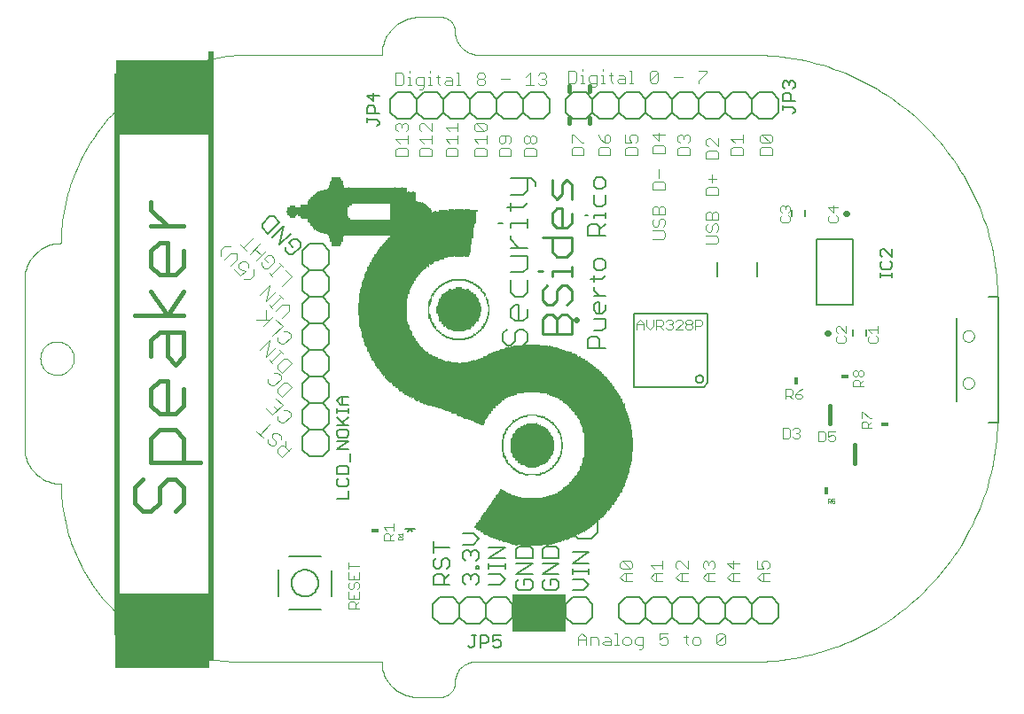
<source format=gto>
G75*
%MOIN*%
%OFA0B0*%
%FSLAX24Y24*%
%IPPOS*%
%LPD*%
%AMOC8*
5,1,8,0,0,1.08239X$1,22.5*
%
%ADD10C,0.0000*%
%ADD11C,0.0050*%
%ADD12C,0.0040*%
%ADD13C,0.0080*%
%ADD14C,0.0090*%
%ADD15C,0.0060*%
%ADD16C,0.0160*%
%ADD17R,0.2018X0.1427*%
%ADD18R,0.0246X2.2982*%
%ADD19R,0.0246X2.1161*%
%ADD20R,0.3543X0.2805*%
%ADD21C,0.0030*%
%ADD22C,0.0010*%
%ADD23R,0.0180X0.0300*%
%ADD24R,0.0300X0.0180*%
%ADD25C,0.0220*%
%ADD26R,0.0020X0.0520*%
%ADD27R,0.0020X0.1220*%
%ADD28R,0.0020X0.1360*%
%ADD29R,0.0020X0.1520*%
%ADD30R,0.0020X0.1620*%
%ADD31R,0.0020X0.1760*%
%ADD32R,0.0020X0.2060*%
%ADD33R,0.0020X0.2180*%
%ADD34R,0.0020X0.2220*%
%ADD35R,0.0020X0.2360*%
%ADD36R,0.0020X0.2440*%
%ADD37R,0.0020X0.2620*%
%ADD38R,0.0020X0.2780*%
%ADD39R,0.0020X0.2800*%
%ADD40R,0.0020X0.2920*%
%ADD41R,0.0020X0.3120*%
%ADD42R,0.0020X0.3140*%
%ADD43R,0.0020X0.3180*%
%ADD44R,0.0020X0.3260*%
%ADD45R,0.0020X0.3300*%
%ADD46R,0.0020X0.3540*%
%ADD47R,0.0020X0.3580*%
%ADD48R,0.0020X0.3640*%
%ADD49R,0.0020X0.3660*%
%ADD50R,0.0020X0.3820*%
%ADD51R,0.0020X0.3900*%
%ADD52R,0.0020X0.3920*%
%ADD53R,0.0020X0.3960*%
%ADD54R,0.0020X0.4120*%
%ADD55R,0.0020X0.4220*%
%ADD56R,0.0020X0.4260*%
%ADD57R,0.0020X0.4280*%
%ADD58R,0.0020X0.4460*%
%ADD59R,0.0020X0.4480*%
%ADD60R,0.0020X0.4500*%
%ADD61R,0.0020X0.4540*%
%ADD62R,0.0020X0.4680*%
%ADD63R,0.0020X0.4700*%
%ADD64R,0.0020X0.4720*%
%ADD65R,0.0020X0.4760*%
%ADD66R,0.0020X0.4860*%
%ADD67R,0.0020X0.4880*%
%ADD68R,0.0020X0.4940*%
%ADD69R,0.0020X0.4960*%
%ADD70R,0.0020X0.5020*%
%ADD71R,0.0020X0.5080*%
%ADD72R,0.0020X0.5120*%
%ADD73R,0.0020X0.5140*%
%ADD74R,0.0020X0.5220*%
%ADD75R,0.0020X0.5260*%
%ADD76R,0.0020X0.5360*%
%ADD77R,0.0020X0.5380*%
%ADD78R,0.0020X0.5460*%
%ADD79R,0.0020X0.5500*%
%ADD80R,0.0020X0.5520*%
%ADD81R,0.0020X0.5560*%
%ADD82R,0.0020X0.5580*%
%ADD83R,0.0020X0.5640*%
%ADD84R,0.0020X0.5680*%
%ADD85R,0.0020X0.5740*%
%ADD86R,0.0020X0.5800*%
%ADD87R,0.0020X0.5820*%
%ADD88R,0.0020X0.5900*%
%ADD89R,0.0020X0.5960*%
%ADD90R,0.0020X0.5980*%
%ADD91R,0.0020X0.6000*%
%ADD92R,0.0020X0.6020*%
%ADD93R,0.0020X0.6140*%
%ADD94R,0.0020X0.6160*%
%ADD95R,0.0020X0.6220*%
%ADD96R,0.0020X0.6260*%
%ADD97R,0.0020X0.6280*%
%ADD98R,0.0020X0.6320*%
%ADD99R,0.0020X0.6360*%
%ADD100R,0.0020X0.6380*%
%ADD101R,0.0020X0.6420*%
%ADD102R,0.0020X0.2840*%
%ADD103R,0.0020X0.2760*%
%ADD104R,0.0020X0.2680*%
%ADD105R,0.0020X0.2640*%
%ADD106R,0.0020X0.2580*%
%ADD107R,0.0020X0.2600*%
%ADD108R,0.0020X0.2540*%
%ADD109R,0.0020X0.2560*%
%ADD110R,0.0020X0.2520*%
%ADD111R,0.0020X0.2500*%
%ADD112R,0.0020X0.2480*%
%ADD113R,0.0020X0.2460*%
%ADD114R,0.0020X0.2420*%
%ADD115R,0.0020X0.2400*%
%ADD116R,0.0020X0.2340*%
%ADD117R,0.0020X0.2260*%
%ADD118R,0.0020X0.2280*%
%ADD119R,0.0020X0.2300*%
%ADD120R,0.0020X0.2240*%
%ADD121R,0.0020X0.2200*%
%ADD122R,0.0020X0.2160*%
%ADD123R,0.0020X0.2140*%
%ADD124R,0.0020X0.2100*%
%ADD125R,0.0020X0.2120*%
%ADD126R,0.0020X0.2080*%
%ADD127R,0.0020X0.2040*%
%ADD128R,0.0020X0.2020*%
%ADD129R,0.0020X0.2000*%
%ADD130R,0.0020X0.1980*%
%ADD131R,0.0020X0.1960*%
%ADD132R,0.0020X0.0260*%
%ADD133R,0.0020X0.1940*%
%ADD134R,0.0020X0.0620*%
%ADD135R,0.0020X0.0680*%
%ADD136R,0.0020X0.0180*%
%ADD137R,0.0020X0.0200*%
%ADD138R,0.0020X0.0120*%
%ADD139R,0.0020X0.0140*%
%ADD140R,0.0020X0.1920*%
%ADD141R,0.0020X0.1900*%
%ADD142R,0.0020X0.0100*%
%ADD143R,0.0020X0.1880*%
%ADD144R,0.0020X0.1860*%
%ADD145R,0.0020X0.0080*%
%ADD146R,0.0020X0.0060*%
%ADD147R,0.0020X0.0380*%
%ADD148R,0.0020X0.0420*%
%ADD149R,0.0020X0.0760*%
%ADD150R,0.0020X0.0780*%
%ADD151R,0.0020X0.0800*%
%ADD152R,0.0020X0.0920*%
%ADD153R,0.0020X0.1000*%
%ADD154R,0.0020X0.1840*%
%ADD155R,0.0020X0.0040*%
%ADD156R,0.0020X0.1020*%
%ADD157R,0.0020X0.1100*%
%ADD158R,0.0020X0.1820*%
%ADD159R,0.0020X0.1120*%
%ADD160R,0.0020X0.1180*%
%ADD161R,0.0020X0.1240*%
%ADD162R,0.0020X0.1260*%
%ADD163R,0.0020X0.1800*%
%ADD164R,0.0020X0.1300*%
%ADD165R,0.0020X0.1320*%
%ADD166R,0.0020X0.0020*%
%ADD167R,0.0020X0.1780*%
%ADD168R,0.0020X0.1380*%
%ADD169R,0.0020X0.1400*%
%ADD170R,0.0020X0.1420*%
%ADD171R,0.0020X0.1480*%
%ADD172R,0.0020X0.1500*%
%ADD173R,0.0020X0.1540*%
%ADD174R,0.0020X0.1580*%
%ADD175R,0.0020X0.1640*%
%ADD176R,0.0020X0.1660*%
%ADD177R,0.0020X0.1680*%
%ADD178R,0.0020X0.1600*%
%ADD179R,0.0020X0.1460*%
%ADD180R,0.0020X0.1440*%
%ADD181R,0.0020X0.1340*%
%ADD182R,0.0020X0.1200*%
%ADD183R,0.0020X0.1160*%
%ADD184R,0.0020X0.0860*%
%ADD185R,0.0020X0.0560*%
%ADD186R,0.0020X0.0500*%
%ADD187R,0.0020X0.0460*%
%ADD188R,0.0020X0.0320*%
%ADD189R,0.0020X0.1700*%
%ADD190R,0.0020X0.1560*%
%ADD191R,0.0020X0.1140*%
%ADD192R,0.0020X0.0240*%
%ADD193R,0.0020X0.1040*%
%ADD194R,0.0020X0.2320*%
%ADD195R,0.0020X0.0280*%
%ADD196R,0.0020X0.0960*%
%ADD197R,0.0020X0.0160*%
%ADD198R,0.0020X0.0940*%
%ADD199R,0.0020X0.0840*%
%ADD200R,0.0020X0.0820*%
%ADD201R,0.0020X0.0660*%
%ADD202R,0.0020X0.0580*%
%ADD203R,0.0020X0.0400*%
%ADD204R,0.0020X0.0360*%
%ADD205R,0.0020X0.2380*%
%ADD206R,0.0020X0.0900*%
%ADD207R,0.0020X0.1080*%
%ADD208R,0.0020X0.0640*%
%ADD209R,0.0020X0.1280*%
%ADD210R,0.0020X0.1720*%
%ADD211R,0.0020X0.1060*%
%ADD212R,0.0020X0.0880*%
%ADD213R,0.0020X0.0720*%
%ADD214R,0.0020X0.0300*%
%ADD215R,0.0020X0.0220*%
%ADD216R,0.0020X0.2700*%
%ADD217R,0.0020X0.2720*%
%ADD218R,0.0020X0.2820*%
%ADD219R,0.0020X0.2900*%
%ADD220R,0.0020X0.3320*%
%ADD221R,0.0020X0.3340*%
%ADD222R,0.0020X0.3440*%
%ADD223R,0.0020X0.3480*%
%ADD224R,0.0020X0.3560*%
%ADD225R,0.0020X0.3600*%
%ADD226R,0.0020X0.3720*%
%ADD227R,0.0020X0.3840*%
%ADD228R,0.0020X0.3940*%
%ADD229R,0.0020X0.4000*%
%ADD230R,0.0020X0.3060*%
%ADD231R,0.0020X0.4440*%
%ADD232R,0.0020X0.7780*%
%ADD233R,0.0020X0.7740*%
%ADD234R,0.0020X0.7720*%
%ADD235R,0.0020X0.7700*%
%ADD236R,0.0020X0.7640*%
%ADD237R,0.0020X0.7600*%
%ADD238R,0.0020X0.7580*%
%ADD239R,0.0020X0.7560*%
%ADD240R,0.0020X0.7540*%
%ADD241R,0.0020X0.7520*%
%ADD242R,0.0020X0.7500*%
%ADD243R,0.0020X0.7460*%
%ADD244R,0.0020X0.7400*%
%ADD245R,0.0020X0.7360*%
%ADD246R,0.0020X0.5400*%
%ADD247R,0.0020X0.5340*%
%ADD248R,0.0020X0.5320*%
%ADD249R,0.0020X0.5200*%
%ADD250R,0.0020X0.5180*%
%ADD251R,0.0020X0.5100*%
%ADD252R,0.0020X0.5000*%
%ADD253R,0.0020X0.4980*%
%ADD254R,0.0020X0.4900*%
%ADD255R,0.0020X0.4780*%
%ADD256R,0.0020X0.4660*%
%ADD257R,0.0020X0.4640*%
%ADD258R,0.0020X0.4520*%
%ADD259R,0.0020X0.4420*%
%ADD260R,0.0020X0.4300*%
%ADD261R,0.0020X0.4160*%
%ADD262R,0.0020X0.4100*%
%ADD263R,0.0020X0.3880*%
%ADD264R,0.0020X0.3780*%
%ADD265R,0.0020X0.3620*%
%ADD266R,0.0020X0.3520*%
%ADD267R,0.0020X0.3360*%
%ADD268R,0.0020X0.3220*%
%ADD269R,0.0020X0.3200*%
%ADD270R,0.0020X0.3080*%
%ADD271R,0.0020X0.2880*%
%ADD272R,0.0020X0.0480*%
%ADD273R,0.0020X0.0600*%
%ADD274R,0.0020X0.0700*%
%ADD275R,0.0020X0.0740*%
%ADD276R,0.0020X0.0540*%
%ADD277R,0.0020X0.0340*%
%ADD278R,0.0020X0.0440*%
D10*
X008171Y001568D02*
X013535Y001568D01*
X013537Y001496D01*
X013543Y001424D01*
X013553Y001353D01*
X013566Y001282D01*
X013583Y001212D01*
X013605Y001144D01*
X013629Y001076D01*
X013658Y001010D01*
X013690Y000945D01*
X013725Y000883D01*
X013764Y000822D01*
X013806Y000764D01*
X013851Y000708D01*
X013899Y000654D01*
X013950Y000603D01*
X014004Y000555D01*
X014060Y000510D01*
X014118Y000468D01*
X014179Y000429D01*
X014241Y000394D01*
X014306Y000362D01*
X014372Y000333D01*
X014440Y000309D01*
X014508Y000287D01*
X014578Y000270D01*
X014649Y000257D01*
X014720Y000247D01*
X014792Y000241D01*
X014864Y000239D01*
X015734Y000239D01*
X015780Y000241D01*
X015826Y000247D01*
X015871Y000256D01*
X015915Y000269D01*
X015958Y000286D01*
X015999Y000306D01*
X016039Y000330D01*
X016076Y000356D01*
X016111Y000386D01*
X016144Y000419D01*
X016174Y000454D01*
X016200Y000491D01*
X016224Y000531D01*
X016244Y000572D01*
X016261Y000615D01*
X016274Y000659D01*
X016283Y000704D01*
X016289Y000750D01*
X016291Y000796D01*
X016293Y000849D01*
X016298Y000901D01*
X016307Y000953D01*
X016320Y001004D01*
X016336Y001055D01*
X016355Y001104D01*
X016378Y001151D01*
X016403Y001197D01*
X016432Y001241D01*
X016464Y001283D01*
X016499Y001323D01*
X016536Y001360D01*
X016576Y001395D01*
X016618Y001427D01*
X016662Y001456D01*
X016708Y001481D01*
X016755Y001504D01*
X016804Y001523D01*
X016855Y001539D01*
X016906Y001552D01*
X016958Y001561D01*
X017010Y001566D01*
X017063Y001568D01*
X027463Y001568D01*
X027463Y001567D02*
X027686Y001570D01*
X027909Y001578D01*
X028132Y001592D01*
X028354Y001611D01*
X028576Y001636D01*
X028797Y001665D01*
X029017Y001700D01*
X029237Y001741D01*
X029455Y001787D01*
X029672Y001838D01*
X029888Y001894D01*
X030102Y001955D01*
X030315Y002022D01*
X030527Y002094D01*
X030736Y002170D01*
X030944Y002252D01*
X031149Y002339D01*
X031352Y002431D01*
X031554Y002528D01*
X031752Y002629D01*
X031948Y002735D01*
X032142Y002846D01*
X032333Y002962D01*
X032521Y003082D01*
X032706Y003207D01*
X032888Y003336D01*
X033066Y003470D01*
X033242Y003607D01*
X033414Y003749D01*
X033582Y003895D01*
X033747Y004046D01*
X033909Y004200D01*
X034066Y004358D01*
X034220Y004519D01*
X034370Y004685D01*
X034516Y004853D01*
X034657Y005026D01*
X034795Y005202D01*
X034928Y005381D01*
X035056Y005563D01*
X035181Y005748D01*
X035301Y005936D01*
X035416Y006127D01*
X035526Y006321D01*
X035632Y006518D01*
X035733Y006716D01*
X035829Y006918D01*
X035921Y007121D01*
X036007Y007327D01*
X036089Y007535D01*
X036165Y007744D01*
X036236Y007956D01*
X036302Y008169D01*
X036363Y008383D01*
X036419Y008599D01*
X036470Y008817D01*
X036515Y009035D01*
X036555Y009255D01*
X036590Y009475D01*
X036619Y009696D01*
X036643Y009918D01*
X036661Y010140D01*
X036675Y010363D01*
X036683Y010586D01*
X036685Y010809D01*
X036685Y015181D01*
X035373Y013822D02*
X035375Y013851D01*
X035381Y013879D01*
X035390Y013907D01*
X035403Y013933D01*
X035420Y013956D01*
X035439Y013978D01*
X035461Y013997D01*
X035486Y014012D01*
X035512Y014025D01*
X035540Y014033D01*
X035568Y014038D01*
X035597Y014039D01*
X035626Y014036D01*
X035654Y014029D01*
X035681Y014019D01*
X035707Y014005D01*
X035730Y013988D01*
X035751Y013968D01*
X035769Y013945D01*
X035784Y013920D01*
X035795Y013893D01*
X035803Y013865D01*
X035807Y013836D01*
X035807Y013808D01*
X035803Y013779D01*
X035795Y013751D01*
X035784Y013724D01*
X035769Y013699D01*
X035751Y013676D01*
X035730Y013656D01*
X035707Y013639D01*
X035681Y013625D01*
X035654Y013615D01*
X035626Y013608D01*
X035597Y013605D01*
X035568Y013606D01*
X035540Y013611D01*
X035512Y013619D01*
X035486Y013632D01*
X035461Y013647D01*
X035439Y013666D01*
X035420Y013688D01*
X035403Y013711D01*
X035390Y013737D01*
X035381Y013765D01*
X035375Y013793D01*
X035373Y013822D01*
X035373Y012050D02*
X035375Y012079D01*
X035381Y012107D01*
X035390Y012135D01*
X035403Y012161D01*
X035420Y012184D01*
X035439Y012206D01*
X035461Y012225D01*
X035486Y012240D01*
X035512Y012253D01*
X035540Y012261D01*
X035568Y012266D01*
X035597Y012267D01*
X035626Y012264D01*
X035654Y012257D01*
X035681Y012247D01*
X035707Y012233D01*
X035730Y012216D01*
X035751Y012196D01*
X035769Y012173D01*
X035784Y012148D01*
X035795Y012121D01*
X035803Y012093D01*
X035807Y012064D01*
X035807Y012036D01*
X035803Y012007D01*
X035795Y011979D01*
X035784Y011952D01*
X035769Y011927D01*
X035751Y011904D01*
X035730Y011884D01*
X035707Y011867D01*
X035681Y011853D01*
X035654Y011843D01*
X035626Y011836D01*
X035597Y011833D01*
X035568Y011834D01*
X035540Y011839D01*
X035512Y011847D01*
X035486Y011860D01*
X035461Y011875D01*
X035439Y011894D01*
X035420Y011916D01*
X035403Y011939D01*
X035390Y011965D01*
X035381Y011993D01*
X035375Y012021D01*
X035373Y012050D01*
X036685Y015181D02*
X036682Y015404D01*
X036674Y015627D01*
X036661Y015849D01*
X036642Y016071D01*
X036618Y016293D01*
X036588Y016513D01*
X036553Y016734D01*
X036513Y016953D01*
X036468Y017171D01*
X036417Y017388D01*
X036361Y017604D01*
X036300Y017818D01*
X036234Y018031D01*
X036162Y018242D01*
X036086Y018451D01*
X036004Y018659D01*
X035918Y018864D01*
X035826Y019067D01*
X035730Y019268D01*
X035629Y019467D01*
X035523Y019663D01*
X035412Y019856D01*
X035297Y020047D01*
X035177Y020235D01*
X035053Y020420D01*
X034924Y020602D01*
X034791Y020780D01*
X034653Y020956D01*
X034512Y021128D01*
X034366Y021296D01*
X034216Y021461D01*
X034062Y021623D01*
X033905Y021780D01*
X033743Y021934D01*
X033578Y022084D01*
X033410Y022230D01*
X033238Y022371D01*
X033062Y022509D01*
X032884Y022642D01*
X032702Y022771D01*
X032517Y022895D01*
X032329Y023015D01*
X032138Y023130D01*
X031945Y023241D01*
X031749Y023347D01*
X031550Y023448D01*
X031349Y023544D01*
X031146Y023636D01*
X030941Y023722D01*
X030733Y023804D01*
X030524Y023880D01*
X030313Y023952D01*
X030100Y024018D01*
X029886Y024079D01*
X029670Y024135D01*
X029453Y024186D01*
X029235Y024231D01*
X029016Y024271D01*
X028795Y024306D01*
X028575Y024336D01*
X028353Y024360D01*
X028131Y024379D01*
X027909Y024392D01*
X027686Y024400D01*
X027463Y024403D01*
X027463Y024402D02*
X017161Y024402D01*
X017161Y024403D02*
X017104Y024405D01*
X017047Y024410D01*
X016991Y024420D01*
X016936Y024433D01*
X016881Y024449D01*
X016828Y024469D01*
X016776Y024493D01*
X016726Y024520D01*
X016678Y024550D01*
X016631Y024583D01*
X016587Y024619D01*
X016546Y024658D01*
X016507Y024699D01*
X016471Y024743D01*
X016438Y024790D01*
X016408Y024838D01*
X016381Y024888D01*
X016357Y024940D01*
X016337Y024993D01*
X016321Y025048D01*
X016308Y025103D01*
X016298Y025159D01*
X016293Y025216D01*
X016291Y025273D01*
X016289Y025319D01*
X016283Y025365D01*
X016274Y025410D01*
X016261Y025454D01*
X016244Y025497D01*
X016224Y025538D01*
X016200Y025578D01*
X016174Y025615D01*
X016144Y025650D01*
X016111Y025683D01*
X016076Y025713D01*
X016039Y025739D01*
X015999Y025763D01*
X015958Y025783D01*
X015915Y025800D01*
X015871Y025813D01*
X015826Y025822D01*
X015780Y025828D01*
X015734Y025830D01*
X014962Y025830D01*
X014962Y025829D02*
X014887Y025827D01*
X014813Y025821D01*
X014739Y025811D01*
X014665Y025798D01*
X014593Y025780D01*
X014521Y025759D01*
X014451Y025734D01*
X014382Y025706D01*
X014314Y025673D01*
X014249Y025638D01*
X014185Y025599D01*
X014123Y025556D01*
X014064Y025511D01*
X014007Y025462D01*
X013953Y025411D01*
X013902Y025357D01*
X013853Y025300D01*
X013808Y025241D01*
X013765Y025179D01*
X013726Y025116D01*
X013691Y025050D01*
X013658Y024982D01*
X013630Y024913D01*
X013605Y024843D01*
X013584Y024771D01*
X013566Y024699D01*
X013553Y024625D01*
X013543Y024551D01*
X013537Y024477D01*
X013535Y024402D01*
X008565Y024402D01*
X008565Y024403D02*
X008394Y024401D01*
X008223Y024395D01*
X008052Y024384D01*
X007881Y024370D01*
X007711Y024351D01*
X007541Y024329D01*
X007372Y024302D01*
X007203Y024271D01*
X007036Y024236D01*
X006869Y024197D01*
X006703Y024154D01*
X006539Y024107D01*
X006375Y024056D01*
X006213Y024001D01*
X006052Y023942D01*
X005893Y023880D01*
X005735Y023813D01*
X005579Y023743D01*
X005424Y023669D01*
X005272Y023591D01*
X005121Y023510D01*
X004972Y023425D01*
X004826Y023336D01*
X004681Y023244D01*
X004539Y023148D01*
X004399Y023050D01*
X004262Y022947D01*
X004127Y022842D01*
X003995Y022733D01*
X003865Y022621D01*
X003739Y022506D01*
X003615Y022387D01*
X003494Y022266D01*
X003375Y022142D01*
X003260Y022016D01*
X003148Y021886D01*
X003039Y021754D01*
X002934Y021619D01*
X002831Y021482D01*
X002733Y021342D01*
X002637Y021200D01*
X002545Y021055D01*
X002456Y020909D01*
X002371Y020760D01*
X002290Y020609D01*
X002212Y020457D01*
X002138Y020302D01*
X002068Y020146D01*
X002001Y019988D01*
X001939Y019829D01*
X001880Y019668D01*
X001825Y019506D01*
X001774Y019342D01*
X001727Y019178D01*
X001684Y019012D01*
X001645Y018845D01*
X001610Y018678D01*
X001579Y018509D01*
X001552Y018340D01*
X001530Y018170D01*
X001511Y018000D01*
X001497Y017829D01*
X001486Y017658D01*
X001480Y017487D01*
X001478Y017316D01*
X001406Y017314D01*
X001334Y017308D01*
X001262Y017299D01*
X001191Y017286D01*
X001121Y017269D01*
X001052Y017249D01*
X000984Y017224D01*
X000918Y017197D01*
X000852Y017166D01*
X000789Y017131D01*
X000727Y017094D01*
X000668Y017053D01*
X000611Y017009D01*
X000556Y016962D01*
X000504Y016912D01*
X000454Y016860D01*
X000407Y016805D01*
X000363Y016748D01*
X000322Y016689D01*
X000285Y016627D01*
X000250Y016564D01*
X000219Y016498D01*
X000192Y016432D01*
X000167Y016364D01*
X000147Y016295D01*
X000130Y016225D01*
X000117Y016154D01*
X000108Y016082D01*
X000102Y016010D01*
X000100Y015938D01*
X000100Y009639D01*
X000102Y009567D01*
X000108Y009495D01*
X000117Y009423D01*
X000130Y009352D01*
X000147Y009282D01*
X000167Y009213D01*
X000192Y009145D01*
X000219Y009079D01*
X000250Y009013D01*
X000285Y008950D01*
X000322Y008888D01*
X000363Y008829D01*
X000407Y008772D01*
X000454Y008717D01*
X000504Y008665D01*
X000556Y008615D01*
X000611Y008568D01*
X000668Y008524D01*
X000727Y008483D01*
X000789Y008446D01*
X000852Y008411D01*
X000918Y008380D01*
X000984Y008353D01*
X001052Y008328D01*
X001121Y008308D01*
X001191Y008291D01*
X001262Y008278D01*
X001334Y008269D01*
X001406Y008263D01*
X001478Y008261D01*
X001480Y008099D01*
X001486Y007938D01*
X001496Y007776D01*
X001509Y007615D01*
X001527Y007454D01*
X001548Y007294D01*
X001574Y007134D01*
X001603Y006975D01*
X001636Y006817D01*
X001672Y006659D01*
X001713Y006503D01*
X001757Y006347D01*
X001806Y006193D01*
X001857Y006040D01*
X001913Y005888D01*
X001972Y005737D01*
X002035Y005588D01*
X002101Y005441D01*
X002171Y005295D01*
X002245Y005151D01*
X002322Y005008D01*
X002402Y004868D01*
X002486Y004730D01*
X002573Y004593D01*
X002663Y004459D01*
X002756Y004327D01*
X002853Y004197D01*
X002953Y004070D01*
X003055Y003945D01*
X003161Y003823D01*
X003270Y003703D01*
X003381Y003586D01*
X003496Y003471D01*
X003613Y003360D01*
X003733Y003251D01*
X003855Y003145D01*
X003980Y003043D01*
X004107Y002943D01*
X004237Y002846D01*
X004369Y002753D01*
X004503Y002663D01*
X004640Y002576D01*
X004778Y002492D01*
X004918Y002412D01*
X005061Y002335D01*
X005205Y002261D01*
X005351Y002191D01*
X005498Y002125D01*
X005647Y002062D01*
X005798Y002003D01*
X005950Y001947D01*
X006103Y001896D01*
X006257Y001847D01*
X006413Y001803D01*
X006569Y001762D01*
X006727Y001726D01*
X006885Y001693D01*
X007044Y001664D01*
X007204Y001638D01*
X007364Y001617D01*
X007525Y001599D01*
X007686Y001586D01*
X007848Y001576D01*
X008009Y001570D01*
X008171Y001568D01*
X000698Y012985D02*
X000700Y013035D01*
X000706Y013085D01*
X000716Y013134D01*
X000730Y013182D01*
X000747Y013229D01*
X000768Y013274D01*
X000793Y013318D01*
X000821Y013359D01*
X000853Y013398D01*
X000887Y013435D01*
X000924Y013469D01*
X000964Y013499D01*
X001006Y013526D01*
X001050Y013550D01*
X001096Y013571D01*
X001143Y013587D01*
X001191Y013600D01*
X001241Y013609D01*
X001290Y013614D01*
X001341Y013615D01*
X001391Y013612D01*
X001440Y013605D01*
X001489Y013594D01*
X001537Y013579D01*
X001583Y013561D01*
X001628Y013539D01*
X001671Y013513D01*
X001712Y013484D01*
X001751Y013452D01*
X001787Y013417D01*
X001819Y013379D01*
X001849Y013339D01*
X001876Y013296D01*
X001899Y013252D01*
X001918Y013206D01*
X001934Y013158D01*
X001946Y013109D01*
X001954Y013060D01*
X001958Y013010D01*
X001958Y012960D01*
X001954Y012910D01*
X001946Y012861D01*
X001934Y012812D01*
X001918Y012764D01*
X001899Y012718D01*
X001876Y012674D01*
X001849Y012631D01*
X001819Y012591D01*
X001787Y012553D01*
X001751Y012518D01*
X001712Y012486D01*
X001671Y012457D01*
X001628Y012431D01*
X001583Y012409D01*
X001537Y012391D01*
X001489Y012376D01*
X001440Y012365D01*
X001391Y012358D01*
X001341Y012355D01*
X001290Y012356D01*
X001241Y012361D01*
X001191Y012370D01*
X001143Y012383D01*
X001096Y012399D01*
X001050Y012420D01*
X001006Y012444D01*
X000964Y012471D01*
X000924Y012501D01*
X000887Y012535D01*
X000853Y012572D01*
X000821Y012611D01*
X000793Y012652D01*
X000768Y012696D01*
X000747Y012741D01*
X000730Y012788D01*
X000716Y012836D01*
X000706Y012885D01*
X000700Y012935D01*
X000698Y012985D01*
D11*
X009044Y017896D02*
X009044Y018039D01*
X009332Y018327D01*
X009476Y018327D01*
X009691Y018111D01*
X009260Y017680D01*
X009044Y017896D01*
X009402Y017538D02*
X009833Y017969D01*
X009689Y017250D01*
X010121Y017682D01*
X010191Y017468D02*
X010047Y017324D01*
X010191Y017180D01*
X009903Y017180D02*
X009903Y017036D01*
X010047Y016892D01*
X010191Y016892D01*
X010479Y017180D01*
X010479Y017324D01*
X010335Y017468D01*
X010191Y017468D01*
X013362Y021728D02*
X013437Y021803D01*
X013437Y021878D01*
X013362Y021953D01*
X012986Y021953D01*
X012986Y021878D02*
X012986Y022028D01*
X012986Y022188D02*
X012986Y022414D01*
X013061Y022489D01*
X013211Y022489D01*
X013286Y022414D01*
X013286Y022188D01*
X013437Y022188D02*
X012986Y022188D01*
X013211Y022649D02*
X013211Y022949D01*
X012986Y022874D02*
X013211Y022649D01*
X013437Y022874D02*
X012986Y022874D01*
X028616Y022884D02*
X028691Y022959D01*
X028841Y022959D01*
X028916Y022884D01*
X028916Y022658D01*
X029067Y022658D02*
X028616Y022658D01*
X028616Y022884D01*
X028691Y023119D02*
X028616Y023194D01*
X028616Y023344D01*
X028691Y023419D01*
X028766Y023419D01*
X028841Y023344D01*
X028916Y023419D01*
X028992Y023419D01*
X029067Y023344D01*
X029067Y023194D01*
X028992Y023119D01*
X028841Y023269D02*
X028841Y023344D01*
X028616Y022498D02*
X028616Y022348D01*
X028616Y022423D02*
X028992Y022423D01*
X029067Y022348D01*
X029067Y022273D01*
X028992Y022198D01*
X032351Y017106D02*
X032276Y017031D01*
X032276Y016881D01*
X032351Y016806D01*
X032351Y016646D02*
X032276Y016571D01*
X032276Y016421D01*
X032351Y016346D01*
X032652Y016346D01*
X032727Y016421D01*
X032727Y016571D01*
X032652Y016646D01*
X032727Y016806D02*
X032426Y017106D01*
X032351Y017106D01*
X032727Y017106D02*
X032727Y016806D01*
X032727Y016189D02*
X032727Y016039D01*
X032727Y016114D02*
X032276Y016114D01*
X032276Y016039D02*
X032276Y016189D01*
X020418Y007402D02*
X020418Y007102D01*
X020118Y007402D01*
X020043Y007402D01*
X019968Y007327D01*
X019968Y007177D01*
X020043Y007102D01*
X020043Y006942D02*
X020193Y006942D01*
X020268Y006866D01*
X020268Y006641D01*
X020418Y006641D02*
X019968Y006641D01*
X019968Y006866D01*
X020043Y006942D01*
X019968Y006481D02*
X019968Y006331D01*
X019968Y006406D02*
X020343Y006406D01*
X020418Y006331D01*
X020418Y006256D01*
X020343Y006181D01*
X020092Y005886D02*
X019685Y005886D01*
X019583Y005785D01*
X019583Y005479D01*
X020193Y005479D01*
X020193Y005785D01*
X020092Y005886D01*
X020711Y005684D02*
X021322Y005684D01*
X020711Y005277D01*
X021322Y005277D01*
X021322Y005075D02*
X021322Y004872D01*
X021322Y004973D02*
X020711Y004973D01*
X020711Y004872D02*
X020711Y005075D01*
X020193Y004872D02*
X019583Y004872D01*
X020193Y005279D01*
X019583Y005279D01*
X019203Y005279D02*
X018593Y005279D01*
X018593Y005479D02*
X018593Y005785D01*
X018695Y005886D01*
X019102Y005886D01*
X019203Y005785D01*
X019203Y005479D01*
X018593Y005479D01*
X018172Y005474D02*
X017561Y005474D01*
X018172Y005881D01*
X017561Y005881D01*
X017199Y005678D02*
X017199Y005474D01*
X017097Y005372D01*
X017097Y005170D02*
X017199Y005170D01*
X017199Y005068D01*
X017097Y005068D01*
X017097Y005170D01*
X017097Y004868D02*
X016996Y004868D01*
X016894Y004766D01*
X016894Y004664D01*
X016894Y004766D02*
X016792Y004868D01*
X016690Y004868D01*
X016589Y004766D01*
X016589Y004563D01*
X016690Y004461D01*
X017097Y004461D02*
X017199Y004563D01*
X017199Y004766D01*
X017097Y004868D01*
X017561Y004868D02*
X017968Y004868D01*
X018172Y004664D01*
X017968Y004461D01*
X017561Y004461D01*
X017561Y005068D02*
X017561Y005272D01*
X017561Y005170D02*
X018172Y005170D01*
X018172Y005068D02*
X018172Y005272D01*
X018593Y004872D02*
X019203Y005279D01*
X019203Y004872D02*
X018593Y004872D01*
X018695Y004671D02*
X018593Y004569D01*
X018593Y004366D01*
X018695Y004264D01*
X019102Y004264D01*
X019203Y004366D01*
X019203Y004569D01*
X019102Y004671D01*
X018898Y004671D01*
X018898Y004467D01*
X019583Y004366D02*
X019685Y004264D01*
X020092Y004264D01*
X020193Y004366D01*
X020193Y004569D01*
X020092Y004671D01*
X019888Y004671D01*
X019888Y004467D01*
X019685Y004671D02*
X019583Y004569D01*
X019583Y004366D01*
X020711Y004264D02*
X021118Y004264D01*
X021322Y004467D01*
X021118Y004671D01*
X020711Y004671D01*
X018000Y002552D02*
X017700Y002552D01*
X017700Y002326D01*
X017850Y002401D01*
X017925Y002401D01*
X018000Y002326D01*
X018000Y002176D01*
X017925Y002101D01*
X017775Y002101D01*
X017700Y002176D01*
X017540Y002326D02*
X017465Y002251D01*
X017239Y002251D01*
X017239Y002101D02*
X017239Y002552D01*
X017465Y002552D01*
X017540Y002476D01*
X017540Y002326D01*
X017079Y002552D02*
X016929Y002552D01*
X017004Y002552D02*
X017004Y002176D01*
X016929Y002101D01*
X016854Y002101D01*
X016779Y002176D01*
X016085Y004461D02*
X015475Y004461D01*
X015475Y004766D01*
X015577Y004868D01*
X015780Y004868D01*
X015882Y004766D01*
X015882Y004461D01*
X015882Y004664D02*
X016085Y004868D01*
X015984Y005068D02*
X016085Y005170D01*
X016085Y005374D01*
X015984Y005475D01*
X015882Y005475D01*
X015780Y005374D01*
X015780Y005170D01*
X015678Y005068D01*
X015577Y005068D01*
X015475Y005170D01*
X015475Y005374D01*
X015577Y005475D01*
X015475Y005676D02*
X015475Y006083D01*
X015475Y005880D02*
X016085Y005880D01*
X016589Y005980D02*
X016996Y005980D01*
X017199Y006184D01*
X016996Y006387D01*
X016589Y006387D01*
X016690Y005779D02*
X016792Y005779D01*
X016894Y005678D01*
X016996Y005779D01*
X017097Y005779D01*
X017199Y005678D01*
X016894Y005678D02*
X016894Y005576D01*
X016690Y005779D02*
X016589Y005678D01*
X016589Y005474D01*
X016690Y005372D01*
X012288Y007712D02*
X012288Y008012D01*
X012213Y008172D02*
X011912Y008172D01*
X011837Y008247D01*
X011837Y008397D01*
X011912Y008472D01*
X011837Y008632D02*
X011837Y008858D01*
X011912Y008933D01*
X012213Y008933D01*
X012288Y008858D01*
X012288Y008632D01*
X011837Y008632D01*
X012213Y008472D02*
X012288Y008397D01*
X012288Y008247D01*
X012213Y008172D01*
X012288Y007712D02*
X011837Y007712D01*
X012363Y009093D02*
X012363Y009393D01*
X012288Y009553D02*
X011837Y009553D01*
X012288Y009853D01*
X011837Y009853D01*
X011912Y010014D02*
X012213Y010014D01*
X012288Y010089D01*
X012288Y010239D01*
X012213Y010314D01*
X011912Y010314D01*
X011837Y010239D01*
X011837Y010089D01*
X011912Y010014D01*
X011837Y010474D02*
X012288Y010474D01*
X012138Y010474D02*
X011837Y010774D01*
X011837Y010934D02*
X011837Y011084D01*
X011837Y011009D02*
X012288Y011009D01*
X012288Y010934D02*
X012288Y011084D01*
X012288Y011241D02*
X011987Y011241D01*
X011837Y011391D01*
X011987Y011542D01*
X012288Y011542D01*
X012062Y011542D02*
X012062Y011241D01*
X012288Y010774D02*
X012062Y010549D01*
D12*
X010103Y010797D02*
X009858Y010552D01*
X009735Y010552D01*
X009612Y010674D01*
X009612Y010797D01*
X009432Y010855D02*
X009800Y011223D01*
X009554Y011468D01*
X009796Y011530D02*
X009612Y011714D01*
X009612Y011837D01*
X009858Y012082D01*
X009980Y012082D01*
X010164Y011898D01*
X009796Y011530D01*
X009493Y011956D02*
X009370Y011956D01*
X009248Y012079D01*
X009248Y012202D01*
X009493Y012447D02*
X009616Y012447D01*
X009738Y012324D01*
X009738Y012202D01*
X009493Y011956D01*
X009796Y012430D02*
X009612Y012614D01*
X009612Y012737D01*
X009858Y012982D01*
X009980Y012982D01*
X010164Y012798D01*
X009796Y012430D01*
X009432Y012795D02*
X009309Y012918D01*
X009370Y012856D02*
X009738Y013224D01*
X009800Y013163D02*
X009677Y013286D01*
X009557Y013406D02*
X009189Y013038D01*
X009311Y013651D01*
X008943Y013283D01*
X009432Y013825D02*
X009800Y014193D01*
X009554Y014438D01*
X009435Y014557D02*
X009067Y014189D01*
X009190Y014435D02*
X009190Y014803D01*
X009370Y014936D02*
X009738Y015304D01*
X009800Y015243D02*
X009677Y015366D01*
X009557Y015486D02*
X009189Y015118D01*
X009311Y015731D01*
X008943Y015363D01*
X009309Y014998D02*
X009432Y014875D01*
X009551Y014756D02*
X009796Y015001D01*
X010042Y015001D01*
X010042Y014756D01*
X009796Y014510D01*
X009312Y014435D02*
X008822Y014435D01*
X009612Y013767D02*
X009612Y013644D01*
X009735Y013522D01*
X009858Y013522D01*
X010103Y013767D01*
X010103Y013890D01*
X009980Y014012D01*
X009858Y014012D01*
X009796Y015697D02*
X010164Y016065D01*
X009919Y016310D01*
X009800Y016430D02*
X009677Y016552D01*
X009738Y016491D02*
X009370Y016123D01*
X009432Y016062D02*
X009309Y016184D01*
X009250Y016366D02*
X009495Y016611D01*
X009495Y016734D01*
X009373Y016857D01*
X009250Y016857D01*
X009127Y016734D01*
X009250Y016611D01*
X009250Y016366D02*
X009127Y016366D01*
X009005Y016489D01*
X009005Y016611D01*
X008824Y016669D02*
X009192Y017037D01*
X009008Y016853D02*
X008763Y017099D01*
X008579Y016915D02*
X008947Y017283D01*
X008705Y017525D02*
X008337Y017157D01*
X008459Y017034D02*
X008214Y017279D01*
X008097Y016946D02*
X007852Y016946D01*
X007606Y016700D01*
X007487Y016819D02*
X007487Y017065D01*
X007610Y017187D01*
X007855Y017187D01*
X008097Y016946D02*
X008097Y016700D01*
X007852Y016455D01*
X007971Y016336D02*
X008216Y016090D01*
X008400Y016274D01*
X008216Y016336D01*
X008155Y016397D01*
X008155Y016520D01*
X008278Y016642D01*
X008400Y016642D01*
X008523Y016520D01*
X008523Y016397D01*
X008705Y016338D02*
X008705Y016093D01*
X008582Y015970D01*
X008337Y015970D01*
X014065Y020606D02*
X014065Y020837D01*
X014142Y020913D01*
X014449Y020913D01*
X014525Y020837D01*
X014525Y020606D01*
X014065Y020606D01*
X014218Y021067D02*
X014065Y021220D01*
X014525Y021220D01*
X014525Y021067D02*
X014525Y021374D01*
X014449Y021527D02*
X014525Y021604D01*
X014525Y021757D01*
X014449Y021834D01*
X014372Y021834D01*
X014295Y021757D01*
X014295Y021681D01*
X014295Y021757D02*
X014218Y021834D01*
X014142Y021834D01*
X014065Y021757D01*
X014065Y021604D01*
X014142Y021527D01*
X014948Y021604D02*
X015025Y021527D01*
X014948Y021604D02*
X014948Y021757D01*
X015025Y021834D01*
X015101Y021834D01*
X015408Y021527D01*
X015408Y021834D01*
X015408Y021374D02*
X015408Y021067D01*
X015408Y021220D02*
X014948Y021220D01*
X015101Y021067D01*
X015025Y020913D02*
X014948Y020837D01*
X014948Y020606D01*
X015408Y020606D01*
X015408Y020837D01*
X015332Y020913D01*
X015025Y020913D01*
X015938Y020837D02*
X015938Y020606D01*
X016398Y020606D01*
X016398Y020837D01*
X016322Y020913D01*
X016015Y020913D01*
X015938Y020837D01*
X016091Y021067D02*
X015938Y021220D01*
X016398Y021220D01*
X016398Y021067D02*
X016398Y021374D01*
X016398Y021527D02*
X016398Y021834D01*
X016398Y021681D02*
X015938Y021681D01*
X016091Y021527D01*
X017008Y021604D02*
X017008Y021757D01*
X017085Y021834D01*
X017392Y021527D01*
X017468Y021604D01*
X017468Y021757D01*
X017392Y021834D01*
X017085Y021834D01*
X017008Y021604D02*
X017085Y021527D01*
X017392Y021527D01*
X017468Y021374D02*
X017468Y021067D01*
X017468Y021220D02*
X017008Y021220D01*
X017161Y021067D01*
X017085Y020913D02*
X017008Y020837D01*
X017008Y020606D01*
X017468Y020606D01*
X017468Y020837D01*
X017392Y020913D01*
X017085Y020913D01*
X017938Y020837D02*
X017938Y020606D01*
X018398Y020606D01*
X018398Y020837D01*
X018322Y020913D01*
X018015Y020913D01*
X017938Y020837D01*
X018015Y021067D02*
X018091Y021067D01*
X018168Y021144D01*
X018168Y021374D01*
X018015Y021374D02*
X017938Y021297D01*
X017938Y021144D01*
X018015Y021067D01*
X018322Y021067D02*
X018398Y021144D01*
X018398Y021297D01*
X018322Y021374D01*
X018015Y021374D01*
X018878Y021297D02*
X018955Y021374D01*
X019031Y021374D01*
X019108Y021297D01*
X019108Y021144D01*
X019031Y021067D01*
X018955Y021067D01*
X018878Y021144D01*
X018878Y021297D01*
X019108Y021297D02*
X019185Y021374D01*
X019262Y021374D01*
X019338Y021297D01*
X019338Y021144D01*
X019262Y021067D01*
X019185Y021067D01*
X019108Y021144D01*
X018955Y020913D02*
X018878Y020837D01*
X018878Y020606D01*
X019338Y020606D01*
X019338Y020837D01*
X019262Y020913D01*
X018955Y020913D01*
X020671Y020859D02*
X020671Y020629D01*
X021132Y020629D01*
X021132Y020859D01*
X021055Y020936D01*
X020748Y020936D01*
X020671Y020859D01*
X020671Y021089D02*
X020671Y021396D01*
X020748Y021396D01*
X021055Y021089D01*
X021132Y021089D01*
X021671Y020859D02*
X021671Y020629D01*
X022132Y020629D01*
X022132Y020859D01*
X022055Y020936D01*
X021748Y020936D01*
X021671Y020859D01*
X021901Y021089D02*
X021748Y021243D01*
X021671Y021396D01*
X021901Y021320D02*
X021901Y021089D01*
X022055Y021089D01*
X022132Y021166D01*
X022132Y021320D01*
X022055Y021396D01*
X021978Y021396D01*
X021901Y021320D01*
X022691Y021396D02*
X022691Y021089D01*
X022921Y021089D01*
X022845Y021243D01*
X022845Y021320D01*
X022921Y021396D01*
X023075Y021396D01*
X023152Y021320D01*
X023152Y021166D01*
X023075Y021089D01*
X023075Y020936D02*
X022768Y020936D01*
X022691Y020859D01*
X022691Y020629D01*
X023152Y020629D01*
X023152Y020859D01*
X023075Y020936D01*
X023721Y020932D02*
X023721Y020702D01*
X024182Y020702D01*
X024182Y020932D01*
X024105Y021009D01*
X023798Y021009D01*
X023721Y020932D01*
X023951Y021163D02*
X023951Y021469D01*
X023721Y021393D02*
X024182Y021393D01*
X023951Y021163D02*
X023721Y021393D01*
X024661Y021320D02*
X024738Y021396D01*
X024815Y021396D01*
X024891Y021320D01*
X024968Y021396D01*
X025045Y021396D01*
X025122Y021320D01*
X025122Y021166D01*
X025045Y021089D01*
X025045Y020936D02*
X024738Y020936D01*
X024661Y020859D01*
X024661Y020629D01*
X025122Y020629D01*
X025122Y020859D01*
X025045Y020936D01*
X024891Y021243D02*
X024891Y021320D01*
X024661Y021320D02*
X024661Y021166D01*
X024738Y021089D01*
X025731Y021042D02*
X025808Y020966D01*
X025731Y021042D02*
X025731Y021196D01*
X025808Y021273D01*
X025885Y021273D01*
X026192Y020966D01*
X026192Y021273D01*
X026115Y020812D02*
X025808Y020812D01*
X025731Y020735D01*
X025731Y020505D01*
X026192Y020505D01*
X026192Y020735D01*
X026115Y020812D01*
X026661Y020859D02*
X026661Y020629D01*
X027122Y020629D01*
X027122Y020859D01*
X027045Y020936D01*
X026738Y020936D01*
X026661Y020859D01*
X026815Y021089D02*
X026661Y021243D01*
X027122Y021243D01*
X027122Y021396D02*
X027122Y021089D01*
X027751Y021166D02*
X027751Y021320D01*
X027828Y021396D01*
X028135Y021089D01*
X028212Y021166D01*
X028212Y021320D01*
X028135Y021396D01*
X027828Y021396D01*
X027751Y021166D02*
X027828Y021089D01*
X028135Y021089D01*
X028135Y020936D02*
X027828Y020936D01*
X027751Y020859D01*
X027751Y020629D01*
X028212Y020629D01*
X028212Y020859D01*
X028135Y020936D01*
X026115Y019738D02*
X025808Y019738D01*
X025961Y019891D02*
X025961Y019584D01*
X025808Y019431D02*
X025731Y019354D01*
X025731Y019124D01*
X026192Y019124D01*
X026192Y019354D01*
X026115Y019431D01*
X025808Y019431D01*
X025808Y018510D02*
X025885Y018510D01*
X025961Y018434D01*
X025961Y018203D01*
X026038Y018050D02*
X026115Y018050D01*
X026192Y017973D01*
X026192Y017820D01*
X026115Y017743D01*
X026115Y017589D02*
X025731Y017589D01*
X025808Y017743D02*
X025885Y017743D01*
X025961Y017820D01*
X025961Y017973D01*
X026038Y018050D01*
X026192Y018203D02*
X025731Y018203D01*
X025731Y018434D01*
X025808Y018510D01*
X025961Y018434D02*
X026038Y018510D01*
X026115Y018510D01*
X026192Y018434D01*
X026192Y018203D01*
X025808Y018050D02*
X025731Y017973D01*
X025731Y017820D01*
X025808Y017743D01*
X026115Y017589D02*
X026192Y017513D01*
X026192Y017359D01*
X026115Y017283D01*
X025731Y017283D01*
X024182Y017556D02*
X024182Y017710D01*
X024105Y017786D01*
X023721Y017786D01*
X023798Y017940D02*
X023875Y017940D01*
X023951Y018016D01*
X023951Y018170D01*
X024028Y018247D01*
X024105Y018247D01*
X024182Y018170D01*
X024182Y018016D01*
X024105Y017940D01*
X023798Y017940D02*
X023721Y018016D01*
X023721Y018170D01*
X023798Y018247D01*
X023721Y018400D02*
X023721Y018630D01*
X023798Y018707D01*
X023875Y018707D01*
X023951Y018630D01*
X023951Y018400D01*
X023721Y018400D02*
X024182Y018400D01*
X024182Y018630D01*
X024105Y018707D01*
X024028Y018707D01*
X023951Y018630D01*
X023721Y019321D02*
X023721Y019551D01*
X023798Y019628D01*
X024105Y019628D01*
X024182Y019551D01*
X024182Y019321D01*
X023721Y019321D01*
X023951Y019781D02*
X023951Y020088D01*
X024182Y017556D02*
X024105Y017479D01*
X023721Y017479D01*
X015114Y023186D02*
X015037Y023110D01*
X014961Y023110D01*
X015114Y023186D02*
X015114Y023570D01*
X014884Y023570D01*
X014807Y023493D01*
X014807Y023340D01*
X014884Y023263D01*
X015114Y023263D01*
X015268Y023263D02*
X015421Y023263D01*
X015344Y023263D02*
X015344Y023570D01*
X015268Y023570D01*
X015344Y023723D02*
X015344Y023800D01*
X015575Y023570D02*
X015728Y023570D01*
X015651Y023647D02*
X015651Y023340D01*
X015728Y023263D01*
X015881Y023340D02*
X015958Y023416D01*
X016188Y023416D01*
X016188Y023493D02*
X016188Y023263D01*
X015958Y023263D01*
X015881Y023340D01*
X015958Y023570D02*
X016112Y023570D01*
X016188Y023493D01*
X016342Y023263D02*
X016495Y023263D01*
X016419Y023263D02*
X016419Y023723D01*
X016342Y023723D01*
X017109Y023647D02*
X017109Y023570D01*
X017186Y023493D01*
X017339Y023493D01*
X017416Y023416D01*
X017416Y023340D01*
X017339Y023263D01*
X017186Y023263D01*
X017109Y023340D01*
X017109Y023416D01*
X017186Y023493D01*
X017339Y023493D02*
X017416Y023570D01*
X017416Y023647D01*
X017339Y023723D01*
X017186Y023723D01*
X017109Y023647D01*
X018030Y023493D02*
X018337Y023493D01*
X018951Y023570D02*
X019104Y023723D01*
X019104Y023263D01*
X018951Y023263D02*
X019258Y023263D01*
X019411Y023340D02*
X019488Y023263D01*
X019641Y023263D01*
X019718Y023340D01*
X019718Y023416D01*
X019641Y023493D01*
X019565Y023493D01*
X019641Y023493D02*
X019718Y023570D01*
X019718Y023647D01*
X019641Y023723D01*
X019488Y023723D01*
X019411Y023647D01*
X020541Y023800D02*
X020541Y023340D01*
X020771Y023340D01*
X020848Y023416D01*
X020848Y023723D01*
X020771Y023800D01*
X020541Y023800D01*
X021002Y023647D02*
X021078Y023647D01*
X021078Y023340D01*
X021002Y023340D02*
X021155Y023340D01*
X021309Y023416D02*
X021385Y023340D01*
X021616Y023340D01*
X021616Y023263D02*
X021616Y023647D01*
X021385Y023647D01*
X021309Y023570D01*
X021309Y023416D01*
X021462Y023186D02*
X021539Y023186D01*
X021616Y023263D01*
X021769Y023340D02*
X021922Y023340D01*
X021846Y023340D02*
X021846Y023647D01*
X021769Y023647D01*
X021846Y023800D02*
X021846Y023877D01*
X022076Y023647D02*
X022229Y023647D01*
X022153Y023723D02*
X022153Y023416D01*
X022229Y023340D01*
X022383Y023416D02*
X022460Y023340D01*
X022690Y023340D01*
X022690Y023570D01*
X022613Y023647D01*
X022460Y023647D01*
X022460Y023493D02*
X022690Y023493D01*
X022843Y023340D02*
X022997Y023340D01*
X022920Y023340D02*
X022920Y023800D01*
X022843Y023800D01*
X022460Y023493D02*
X022383Y023416D01*
X023611Y023416D02*
X023687Y023340D01*
X023841Y023340D01*
X023917Y023416D01*
X023917Y023723D01*
X023611Y023416D01*
X023611Y023723D01*
X023687Y023800D01*
X023841Y023800D01*
X023917Y023723D01*
X024531Y023570D02*
X024838Y023570D01*
X025452Y023416D02*
X025452Y023340D01*
X025452Y023416D02*
X025759Y023723D01*
X025759Y023800D01*
X025452Y023800D01*
X021078Y023877D02*
X021078Y023800D01*
X014654Y023263D02*
X014500Y023263D01*
X014577Y023263D02*
X014577Y023570D01*
X014500Y023570D01*
X014347Y023647D02*
X014270Y023723D01*
X014040Y023723D01*
X014040Y023263D01*
X014270Y023263D01*
X014347Y023340D01*
X014347Y023647D01*
X014577Y023723D02*
X014577Y023800D01*
X009980Y011042D02*
X009858Y011042D01*
X009980Y011042D02*
X010103Y010920D01*
X010103Y010797D01*
X009616Y011039D02*
X009493Y011162D01*
X009186Y011100D02*
X009432Y010855D01*
X009312Y010483D02*
X008944Y010115D01*
X009067Y009993D02*
X008822Y010238D01*
X009248Y009935D02*
X009248Y009812D01*
X009370Y009689D01*
X009493Y009689D01*
X009554Y009751D01*
X009554Y009873D01*
X009432Y009996D01*
X009432Y010119D01*
X009493Y010180D01*
X009616Y010180D01*
X009738Y010057D01*
X009738Y009935D01*
X009919Y009877D02*
X009919Y009631D01*
X009858Y009693D02*
X010042Y009509D01*
X010164Y009631D02*
X009796Y009263D01*
X009612Y009447D01*
X009612Y009570D01*
X009735Y009693D01*
X009858Y009693D01*
X020909Y002491D02*
X021063Y002645D01*
X021216Y002491D01*
X021216Y002184D01*
X021370Y002184D02*
X021370Y002491D01*
X021600Y002491D01*
X021676Y002414D01*
X021676Y002184D01*
X021830Y002261D02*
X021907Y002338D01*
X022137Y002338D01*
X022137Y002414D02*
X022137Y002184D01*
X021907Y002184D01*
X021830Y002261D01*
X021907Y002491D02*
X022060Y002491D01*
X022137Y002414D01*
X022290Y002184D02*
X022444Y002184D01*
X022367Y002184D02*
X022367Y002645D01*
X022290Y002645D01*
X022597Y002414D02*
X022597Y002261D01*
X022674Y002184D01*
X022827Y002184D01*
X022904Y002261D01*
X022904Y002414D01*
X022827Y002491D01*
X022674Y002491D01*
X022597Y002414D01*
X023058Y002414D02*
X023058Y002261D01*
X023134Y002184D01*
X023365Y002184D01*
X023365Y002108D02*
X023365Y002491D01*
X023134Y002491D01*
X023058Y002414D01*
X023365Y002108D02*
X023288Y002031D01*
X023211Y002031D01*
X023978Y002261D02*
X024055Y002184D01*
X024209Y002184D01*
X024285Y002261D01*
X024285Y002414D01*
X024209Y002491D01*
X024132Y002491D01*
X023978Y002414D01*
X023978Y002645D01*
X024285Y002645D01*
X024899Y002491D02*
X025053Y002491D01*
X024976Y002568D02*
X024976Y002261D01*
X025053Y002184D01*
X025206Y002261D02*
X025206Y002414D01*
X025283Y002491D01*
X025436Y002491D01*
X025513Y002414D01*
X025513Y002261D01*
X025436Y002184D01*
X025283Y002184D01*
X025206Y002261D01*
X026127Y002261D02*
X026434Y002568D01*
X026434Y002261D01*
X026357Y002184D01*
X026204Y002184D01*
X026127Y002261D01*
X026127Y002568D01*
X026204Y002645D01*
X026357Y002645D01*
X026434Y002568D01*
X026674Y004590D02*
X026521Y004743D01*
X026674Y004897D01*
X026981Y004897D01*
X026751Y004897D02*
X026751Y004590D01*
X026674Y004590D02*
X026981Y004590D01*
X027646Y004743D02*
X027800Y004897D01*
X028107Y004897D01*
X028030Y005050D02*
X028107Y005127D01*
X028107Y005280D01*
X028030Y005357D01*
X027876Y005357D01*
X027800Y005280D01*
X027800Y005203D01*
X027876Y005050D01*
X027646Y005050D01*
X027646Y005357D01*
X026981Y005280D02*
X026521Y005280D01*
X026751Y005050D01*
X026751Y005357D01*
X026063Y005280D02*
X026063Y005127D01*
X025986Y005050D01*
X026063Y004897D02*
X025756Y004897D01*
X025602Y004743D01*
X025756Y004590D01*
X026063Y004590D01*
X025832Y004590D02*
X025832Y004897D01*
X025679Y005050D02*
X025602Y005127D01*
X025602Y005280D01*
X025679Y005357D01*
X025756Y005357D01*
X025832Y005280D01*
X025909Y005357D01*
X025986Y005357D01*
X026063Y005280D01*
X025832Y005280D02*
X025832Y005203D01*
X025044Y005050D02*
X024737Y005357D01*
X024661Y005357D01*
X024584Y005280D01*
X024584Y005127D01*
X024661Y005050D01*
X024737Y004897D02*
X025044Y004897D01*
X025044Y005050D02*
X025044Y005357D01*
X024814Y004897D02*
X024814Y004590D01*
X024737Y004590D02*
X025044Y004590D01*
X024737Y004590D02*
X024584Y004743D01*
X024737Y004897D01*
X024096Y004897D02*
X023789Y004897D01*
X023635Y004743D01*
X023789Y004590D01*
X024096Y004590D01*
X023865Y004590D02*
X023865Y004897D01*
X023789Y005050D02*
X023635Y005203D01*
X024096Y005203D01*
X024096Y005050D02*
X024096Y005357D01*
X022950Y005280D02*
X022950Y005127D01*
X022874Y005050D01*
X022567Y005357D01*
X022874Y005357D01*
X022950Y005280D01*
X022874Y005050D02*
X022567Y005050D01*
X022490Y005127D01*
X022490Y005280D01*
X022567Y005357D01*
X022643Y004897D02*
X022490Y004743D01*
X022643Y004590D01*
X022950Y004590D01*
X022720Y004590D02*
X022720Y004897D01*
X022643Y004897D02*
X022950Y004897D01*
X021216Y002414D02*
X020909Y002414D01*
X020909Y002491D02*
X020909Y002184D01*
X027646Y004743D02*
X027800Y004590D01*
X028107Y004590D01*
X027876Y004590D02*
X027876Y004897D01*
D13*
X036338Y010574D02*
X036732Y010574D01*
X036732Y015298D01*
X036338Y015298D01*
X035157Y014511D02*
X035157Y011361D01*
X027641Y016082D02*
X027641Y016593D01*
X026165Y016593D02*
X026165Y016082D01*
X019310Y019449D02*
X019310Y019602D01*
X019156Y019756D01*
X018389Y019756D01*
X019003Y019756D02*
X019003Y019295D01*
X018849Y019142D01*
X018389Y019142D01*
X018389Y018835D02*
X018389Y018528D01*
X018236Y018681D02*
X018849Y018681D01*
X019003Y018835D01*
X019003Y018221D02*
X019003Y017914D01*
X019003Y018067D02*
X018389Y018067D01*
X018389Y017914D01*
X018389Y017607D02*
X018389Y017454D01*
X018696Y017147D01*
X019003Y017147D02*
X018389Y017147D01*
X018389Y016840D02*
X019003Y016840D01*
X019003Y016379D01*
X018849Y016226D01*
X018389Y016226D01*
X018389Y015919D02*
X018389Y015459D01*
X018543Y015305D01*
X018849Y015305D01*
X019003Y015459D01*
X019003Y015919D01*
X018696Y014998D02*
X018696Y014384D01*
X018849Y014384D02*
X018543Y014384D01*
X018389Y014538D01*
X018389Y014845D01*
X018543Y014998D01*
X018696Y014998D01*
X019003Y014845D02*
X019003Y014538D01*
X018849Y014384D01*
X018849Y014077D02*
X018696Y014077D01*
X018543Y013924D01*
X018543Y013617D01*
X018389Y013464D01*
X018236Y013464D01*
X018082Y013617D01*
X018082Y013924D01*
X018236Y014077D01*
X018849Y014077D02*
X019003Y013924D01*
X019003Y013617D01*
X018849Y013464D01*
X018082Y018067D02*
X017929Y018067D01*
X014770Y006575D02*
X014589Y006575D01*
X014681Y006453D01*
X014589Y006575D02*
X014408Y006575D01*
X014503Y006453D02*
X014579Y006569D01*
X011646Y005010D02*
X011646Y004034D01*
X011252Y003522D02*
X010039Y003522D01*
X009646Y004034D02*
X009646Y005022D01*
X010039Y005522D02*
X011252Y005522D01*
X010146Y004522D02*
X010148Y004566D01*
X010154Y004610D01*
X010164Y004653D01*
X010177Y004695D01*
X010194Y004736D01*
X010215Y004775D01*
X010239Y004812D01*
X010266Y004847D01*
X010296Y004879D01*
X010329Y004909D01*
X010365Y004935D01*
X010402Y004959D01*
X010442Y004978D01*
X010483Y004995D01*
X010526Y005007D01*
X010569Y005016D01*
X010613Y005021D01*
X010657Y005022D01*
X010701Y005019D01*
X010745Y005012D01*
X010788Y005001D01*
X010830Y004987D01*
X010870Y004969D01*
X010909Y004947D01*
X010945Y004923D01*
X010979Y004895D01*
X011011Y004864D01*
X011040Y004830D01*
X011066Y004794D01*
X011088Y004756D01*
X011107Y004716D01*
X011122Y004674D01*
X011134Y004632D01*
X011142Y004588D01*
X011146Y004544D01*
X011146Y004500D01*
X011142Y004456D01*
X011134Y004412D01*
X011122Y004370D01*
X011107Y004328D01*
X011088Y004288D01*
X011066Y004250D01*
X011040Y004214D01*
X011011Y004180D01*
X010979Y004149D01*
X010945Y004121D01*
X010909Y004097D01*
X010870Y004075D01*
X010830Y004057D01*
X010788Y004043D01*
X010745Y004032D01*
X010701Y004025D01*
X010657Y004022D01*
X010613Y004023D01*
X010569Y004028D01*
X010526Y004037D01*
X010483Y004049D01*
X010442Y004066D01*
X010402Y004085D01*
X010365Y004109D01*
X010329Y004135D01*
X010296Y004165D01*
X010266Y004197D01*
X010239Y004232D01*
X010215Y004269D01*
X010194Y004308D01*
X010177Y004349D01*
X010164Y004391D01*
X010154Y004434D01*
X010148Y004478D01*
X010146Y004522D01*
D14*
X019583Y013905D02*
X019583Y014451D01*
X019765Y014633D01*
X019947Y014633D01*
X020129Y014451D01*
X020129Y013905D01*
X020675Y013905D02*
X019583Y013905D01*
X020129Y014451D02*
X020311Y014633D01*
X020493Y014633D01*
X020675Y014451D01*
X020675Y013905D01*
X020493Y014992D02*
X020675Y015174D01*
X020675Y015538D01*
X020493Y015720D01*
X020311Y015720D01*
X020129Y015538D01*
X020129Y015174D01*
X019947Y014992D01*
X019765Y014992D01*
X019583Y015174D01*
X019583Y015538D01*
X019765Y015720D01*
X019947Y016080D02*
X019947Y016262D01*
X020675Y016262D01*
X020675Y016080D02*
X020675Y016444D01*
X020493Y016805D02*
X020129Y016805D01*
X019947Y016987D01*
X019947Y017533D01*
X019583Y017533D02*
X020675Y017533D01*
X020675Y016987D01*
X020493Y016805D01*
X019583Y016262D02*
X019401Y016262D01*
X020129Y017892D02*
X019947Y018074D01*
X019947Y018438D01*
X020129Y018620D01*
X020311Y018620D01*
X020311Y017892D01*
X020493Y017892D02*
X020129Y017892D01*
X020493Y017892D02*
X020675Y018074D01*
X020675Y018438D01*
X020675Y018980D02*
X020675Y019526D01*
X020493Y019708D01*
X020311Y019526D01*
X020311Y019162D01*
X020129Y018980D01*
X019947Y019162D01*
X019947Y019708D01*
D15*
X021507Y019675D02*
X021507Y019459D01*
X021615Y019351D01*
X021832Y019351D01*
X021940Y019459D01*
X021940Y019675D01*
X021832Y019784D01*
X021615Y019784D01*
X021507Y019675D01*
X021507Y019131D02*
X021507Y018806D01*
X021615Y018698D01*
X021832Y018698D01*
X021940Y018806D01*
X021940Y019131D01*
X021940Y018480D02*
X021940Y018263D01*
X021940Y018371D02*
X021507Y018371D01*
X021507Y018263D01*
X021291Y018371D02*
X021183Y018371D01*
X021399Y018044D02*
X021615Y018044D01*
X021724Y017935D01*
X021724Y017611D01*
X021940Y017611D02*
X021291Y017611D01*
X021291Y017935D01*
X021399Y018044D01*
X021724Y017827D02*
X021940Y018044D01*
X021832Y016738D02*
X021615Y016738D01*
X021507Y016630D01*
X021507Y016414D01*
X021615Y016306D01*
X021832Y016306D01*
X021940Y016414D01*
X021940Y016630D01*
X021832Y016738D01*
X021940Y016087D02*
X021832Y015979D01*
X021399Y015979D01*
X021507Y015871D02*
X021507Y016087D01*
X021507Y015651D02*
X021507Y015543D01*
X021724Y015327D01*
X021940Y015327D02*
X021507Y015327D01*
X021615Y015107D02*
X021724Y015107D01*
X021724Y014674D01*
X021832Y014674D02*
X021615Y014674D01*
X021507Y014783D01*
X021507Y014999D01*
X021615Y015107D01*
X021940Y014999D02*
X021940Y014783D01*
X021832Y014674D01*
X021940Y014455D02*
X021507Y014455D01*
X021940Y014455D02*
X021940Y014130D01*
X021832Y014022D01*
X021507Y014022D01*
X021399Y013802D02*
X021615Y013802D01*
X021724Y013694D01*
X021724Y013369D01*
X021940Y013369D02*
X021291Y013369D01*
X021291Y013694D01*
X021399Y013802D01*
X023022Y014671D02*
X025781Y014671D01*
X025781Y012051D01*
X025642Y011911D01*
X023022Y011911D01*
X023022Y014671D01*
X025341Y012211D02*
X025343Y012234D01*
X025349Y012257D01*
X025358Y012278D01*
X025371Y012298D01*
X025387Y012315D01*
X025405Y012329D01*
X025425Y012340D01*
X025447Y012348D01*
X025470Y012352D01*
X025494Y012352D01*
X025517Y012348D01*
X025539Y012340D01*
X025559Y012329D01*
X025577Y012315D01*
X025593Y012298D01*
X025606Y012278D01*
X025615Y012257D01*
X025621Y012234D01*
X025623Y012211D01*
X025621Y012188D01*
X025615Y012165D01*
X025606Y012144D01*
X025593Y012124D01*
X025577Y012107D01*
X025559Y012093D01*
X025539Y012082D01*
X025517Y012074D01*
X025494Y012070D01*
X025470Y012070D01*
X025447Y012074D01*
X025425Y012082D01*
X025405Y012093D01*
X025387Y012107D01*
X025371Y012124D01*
X025358Y012144D01*
X025349Y012165D01*
X025343Y012188D01*
X025341Y012211D01*
X029871Y015011D02*
X029871Y017471D01*
X031233Y017471D01*
X031233Y015011D01*
X029871Y015011D01*
X031265Y014060D02*
X031265Y013823D01*
X031738Y013823D02*
X031738Y014060D01*
X029438Y018323D02*
X029438Y018560D01*
X028965Y018560D02*
X028965Y018323D01*
X028202Y021993D02*
X027702Y021993D01*
X027452Y022243D01*
X027202Y021993D01*
X026702Y021993D01*
X026452Y022243D01*
X026452Y022743D01*
X026702Y022993D01*
X027202Y022993D01*
X027452Y022743D01*
X027702Y022993D01*
X028202Y022993D01*
X028452Y022743D01*
X028452Y022243D01*
X028202Y021993D01*
X027452Y022243D02*
X027452Y022743D01*
X026452Y022743D02*
X026202Y022993D01*
X025702Y022993D01*
X025452Y022743D01*
X025202Y022993D01*
X024702Y022993D01*
X024452Y022743D01*
X024202Y022993D01*
X023702Y022993D01*
X023452Y022743D01*
X023452Y022243D01*
X023702Y021993D01*
X024202Y021993D01*
X024452Y022243D01*
X024452Y022743D01*
X024452Y022243D02*
X024702Y021993D01*
X025202Y021993D01*
X025452Y022243D01*
X025452Y022743D01*
X025452Y022243D02*
X025702Y021993D01*
X026202Y021993D01*
X026452Y022243D01*
X023452Y022243D02*
X023202Y021993D01*
X022702Y021993D01*
X022452Y022243D01*
X022202Y021993D01*
X021702Y021993D01*
X021452Y022243D01*
X021202Y021993D01*
X020702Y021993D01*
X020452Y022243D01*
X020452Y022743D01*
X020702Y022993D01*
X021202Y022993D01*
X021452Y022743D01*
X021702Y022993D01*
X022202Y022993D01*
X022452Y022743D01*
X022702Y022993D01*
X023202Y022993D01*
X023452Y022743D01*
X022452Y022743D02*
X022452Y022243D01*
X021452Y022243D02*
X021452Y022743D01*
X019852Y022743D02*
X019852Y022243D01*
X019602Y021993D01*
X019102Y021993D01*
X018852Y022243D01*
X018602Y021993D01*
X018102Y021993D01*
X017852Y022243D01*
X017852Y022743D01*
X018102Y022993D01*
X018602Y022993D01*
X018852Y022743D01*
X019102Y022993D01*
X019602Y022993D01*
X019852Y022743D01*
X018852Y022743D02*
X018852Y022243D01*
X017852Y022243D02*
X017602Y021993D01*
X017102Y021993D01*
X016852Y022243D01*
X016602Y021993D01*
X016102Y021993D01*
X015852Y022243D01*
X015602Y021993D01*
X015102Y021993D01*
X014852Y022243D01*
X014602Y021993D01*
X014102Y021993D01*
X013852Y022243D01*
X013852Y022743D01*
X014102Y022993D01*
X014602Y022993D01*
X014852Y022743D01*
X015102Y022993D01*
X015602Y022993D01*
X015852Y022743D01*
X016102Y022993D01*
X016602Y022993D01*
X016852Y022743D01*
X017102Y022993D01*
X017602Y022993D01*
X017852Y022743D01*
X016852Y022743D02*
X016852Y022243D01*
X015852Y022243D02*
X015852Y022743D01*
X014852Y022743D02*
X014852Y022243D01*
X011314Y017291D02*
X010814Y017291D01*
X010564Y017041D01*
X010564Y016541D01*
X010814Y016291D01*
X011314Y016291D01*
X011564Y016541D01*
X011564Y017041D01*
X011314Y017291D01*
X011314Y016291D02*
X011564Y016041D01*
X011564Y015541D01*
X011314Y015291D01*
X011564Y015041D01*
X011564Y014541D01*
X011314Y014291D01*
X011564Y014041D01*
X011564Y013541D01*
X011314Y013291D01*
X011564Y013041D01*
X011564Y012541D01*
X011314Y012291D01*
X011564Y012041D01*
X011564Y011541D01*
X011314Y011291D01*
X011564Y011041D01*
X011564Y010541D01*
X011314Y010291D01*
X011564Y010041D01*
X011564Y009541D01*
X011314Y009291D01*
X010814Y009291D01*
X010564Y009541D01*
X010564Y010041D01*
X010814Y010291D01*
X010564Y010541D01*
X010564Y011041D01*
X010814Y011291D01*
X011314Y011291D01*
X010814Y011291D02*
X010564Y011541D01*
X010564Y012041D01*
X010814Y012291D01*
X010564Y012541D01*
X010564Y013041D01*
X010814Y013291D01*
X010564Y013541D01*
X010564Y014041D01*
X010814Y014291D01*
X011314Y014291D01*
X010814Y014291D02*
X010564Y014541D01*
X010564Y015041D01*
X010814Y015291D01*
X010564Y015541D01*
X010564Y016041D01*
X010814Y016291D01*
X010814Y015291D02*
X011314Y015291D01*
X011314Y013291D02*
X010814Y013291D01*
X010814Y012291D02*
X011314Y012291D01*
X011314Y010291D02*
X010814Y010291D01*
X020663Y006936D02*
X020663Y006436D01*
X020913Y006186D01*
X021413Y006186D01*
X021663Y006436D01*
X021663Y006936D01*
X021413Y007186D01*
X020913Y007186D01*
X020663Y006936D01*
X020702Y003993D02*
X021202Y003993D01*
X021452Y003743D01*
X021452Y003243D01*
X021202Y002993D01*
X020702Y002993D01*
X020452Y003243D01*
X020202Y002993D01*
X019702Y002993D01*
X019452Y003243D01*
X019452Y003743D01*
X019702Y003993D01*
X020202Y003993D01*
X020452Y003743D01*
X020702Y003993D01*
X020452Y003743D02*
X020452Y003243D01*
X019452Y003243D02*
X019202Y002993D01*
X018702Y002993D01*
X018452Y003243D01*
X018202Y002993D01*
X017702Y002993D01*
X017452Y003243D01*
X017202Y002993D01*
X016702Y002993D01*
X016452Y003243D01*
X016202Y002993D01*
X015702Y002993D01*
X015452Y003243D01*
X015452Y003743D01*
X015702Y003993D01*
X016202Y003993D01*
X016452Y003743D01*
X016702Y003993D01*
X017202Y003993D01*
X017452Y003743D01*
X017702Y003993D01*
X018202Y003993D01*
X018452Y003743D01*
X018702Y003993D01*
X019202Y003993D01*
X019452Y003743D01*
X018452Y003743D02*
X018452Y003243D01*
X017452Y003243D02*
X017452Y003743D01*
X016452Y003743D02*
X016452Y003243D01*
X022452Y003243D02*
X022702Y002993D01*
X023202Y002993D01*
X023452Y003243D01*
X023702Y002993D01*
X024202Y002993D01*
X024452Y003243D01*
X024452Y003743D01*
X024202Y003993D01*
X023702Y003993D01*
X023452Y003743D01*
X023452Y003243D01*
X023452Y003743D02*
X023202Y003993D01*
X022702Y003993D01*
X022452Y003743D01*
X022452Y003243D01*
X024452Y003243D02*
X024702Y002993D01*
X025202Y002993D01*
X025452Y003243D01*
X025702Y002993D01*
X026202Y002993D01*
X026452Y003243D01*
X026702Y002993D01*
X027202Y002993D01*
X027452Y003243D01*
X027702Y002993D01*
X028202Y002993D01*
X028452Y003243D01*
X028452Y003743D01*
X028202Y003993D01*
X027702Y003993D01*
X027452Y003743D01*
X027452Y003243D01*
X027452Y003743D02*
X027202Y003993D01*
X026702Y003993D01*
X026452Y003743D01*
X026452Y003243D01*
X026452Y003743D02*
X026202Y003993D01*
X025702Y003993D01*
X025452Y003743D01*
X025452Y003243D01*
X025452Y003743D02*
X025202Y003993D01*
X024702Y003993D01*
X024452Y003743D01*
D16*
X031320Y009048D02*
X031320Y009717D01*
X030395Y010544D02*
X030395Y011213D01*
X021360Y021843D02*
X021360Y022040D01*
X020572Y022040D02*
X020572Y021843D01*
X020572Y023024D02*
X020572Y023221D01*
X021360Y023221D02*
X021360Y023024D01*
X006093Y017961D02*
X004865Y017961D01*
X005479Y017961D02*
X004865Y018575D01*
X004865Y018882D01*
X005172Y017347D02*
X005479Y017347D01*
X005479Y016120D01*
X005786Y016120D02*
X005172Y016120D01*
X004865Y016427D01*
X004865Y017040D01*
X005172Y017347D01*
X006093Y017040D02*
X006093Y016427D01*
X005786Y016120D01*
X006093Y015506D02*
X005479Y014585D01*
X004865Y015506D01*
X004251Y014585D02*
X006093Y014585D01*
X006093Y013971D02*
X005172Y013971D01*
X004865Y013664D01*
X004865Y013050D01*
X005479Y013050D02*
X005479Y013971D01*
X006093Y013971D02*
X006093Y013050D01*
X005786Y012743D01*
X005479Y013050D01*
X005479Y012130D02*
X005479Y010902D01*
X005786Y010902D02*
X005172Y010902D01*
X004865Y011209D01*
X004865Y011823D01*
X005172Y012130D01*
X005479Y012130D01*
X006093Y011823D02*
X006093Y011209D01*
X005786Y010902D01*
X005786Y010288D02*
X005172Y010288D01*
X004865Y009981D01*
X004865Y009060D01*
X006707Y009060D01*
X006093Y009060D02*
X006093Y009981D01*
X005786Y010288D01*
X005786Y008446D02*
X005479Y008446D01*
X005172Y008139D01*
X005172Y007526D01*
X004865Y007219D01*
X004558Y007219D01*
X004251Y007526D01*
X004251Y008139D01*
X004558Y008446D01*
X005786Y008446D02*
X006093Y008139D01*
X006093Y007526D01*
X005786Y007219D01*
D17*
X019465Y003413D03*
D18*
X007113Y013059D03*
D19*
X003569Y013133D03*
D20*
X005267Y002724D03*
X005317Y022803D03*
D21*
X023122Y014313D02*
X023122Y014066D01*
X023122Y014252D02*
X023369Y014252D01*
X023369Y014313D02*
X023369Y014066D01*
X023490Y014190D02*
X023490Y014437D01*
X023369Y014313D02*
X023246Y014437D01*
X023122Y014313D01*
X023490Y014190D02*
X023614Y014066D01*
X023737Y014190D01*
X023737Y014437D01*
X023859Y014437D02*
X024044Y014437D01*
X024106Y014375D01*
X024106Y014252D01*
X024044Y014190D01*
X023859Y014190D01*
X023982Y014190D02*
X024106Y014066D01*
X024227Y014128D02*
X024289Y014066D01*
X024412Y014066D01*
X024474Y014128D01*
X024474Y014190D01*
X024412Y014252D01*
X024350Y014252D01*
X024412Y014252D02*
X024474Y014313D01*
X024474Y014375D01*
X024412Y014437D01*
X024289Y014437D01*
X024227Y014375D01*
X024595Y014375D02*
X024657Y014437D01*
X024780Y014437D01*
X024842Y014375D01*
X024842Y014313D01*
X024595Y014066D01*
X024842Y014066D01*
X024964Y014128D02*
X024964Y014190D01*
X025025Y014252D01*
X025149Y014252D01*
X025211Y014190D01*
X025211Y014128D01*
X025149Y014066D01*
X025025Y014066D01*
X024964Y014128D01*
X025025Y014252D02*
X024964Y014313D01*
X024964Y014375D01*
X025025Y014437D01*
X025149Y014437D01*
X025211Y014375D01*
X025211Y014313D01*
X025149Y014252D01*
X025332Y014190D02*
X025517Y014190D01*
X025579Y014252D01*
X025579Y014375D01*
X025517Y014437D01*
X025332Y014437D01*
X025332Y014066D01*
X023859Y014066D02*
X023859Y014437D01*
X028730Y011827D02*
X028730Y011456D01*
X028730Y011580D02*
X028915Y011580D01*
X028977Y011642D01*
X028977Y011765D01*
X028915Y011827D01*
X028730Y011827D01*
X028853Y011580D02*
X028977Y011456D01*
X029098Y011518D02*
X029160Y011456D01*
X029283Y011456D01*
X029345Y011518D01*
X029345Y011580D01*
X029283Y011642D01*
X029098Y011642D01*
X029098Y011518D01*
X029098Y011642D02*
X029222Y011765D01*
X029345Y011827D01*
X031266Y011920D02*
X031266Y012105D01*
X031328Y012167D01*
X031451Y012167D01*
X031513Y012105D01*
X031513Y011920D01*
X031513Y012043D02*
X031637Y012167D01*
X031575Y012288D02*
X031513Y012288D01*
X031451Y012350D01*
X031451Y012473D01*
X031513Y012535D01*
X031575Y012535D01*
X031637Y012473D01*
X031637Y012350D01*
X031575Y012288D01*
X031451Y012350D02*
X031390Y012288D01*
X031328Y012288D01*
X031266Y012350D01*
X031266Y012473D01*
X031328Y012535D01*
X031390Y012535D01*
X031451Y012473D01*
X031637Y011920D02*
X031266Y011920D01*
X031569Y010968D02*
X031631Y010968D01*
X031878Y010722D01*
X031940Y010722D01*
X031940Y010600D02*
X031816Y010477D01*
X031816Y010538D02*
X031816Y010353D01*
X031940Y010353D02*
X031569Y010353D01*
X031569Y010538D01*
X031631Y010600D01*
X031755Y010600D01*
X031816Y010538D01*
X031569Y010722D02*
X031569Y010968D01*
X030579Y010227D02*
X030332Y010227D01*
X030332Y010042D01*
X030455Y010103D01*
X030517Y010103D01*
X030579Y010042D01*
X030579Y009918D01*
X030517Y009856D01*
X030393Y009856D01*
X030332Y009918D01*
X030210Y009918D02*
X030149Y009856D01*
X029963Y009856D01*
X029963Y010227D01*
X030149Y010227D01*
X030210Y010165D01*
X030210Y009918D01*
X029235Y010040D02*
X029173Y009978D01*
X029050Y009978D01*
X028988Y010040D01*
X028867Y010040D02*
X028867Y010287D01*
X028805Y010349D01*
X028620Y010349D01*
X028620Y009978D01*
X028805Y009978D01*
X028867Y010040D01*
X029111Y010164D02*
X029173Y010164D01*
X029235Y010102D01*
X029235Y010040D01*
X029173Y010164D02*
X029235Y010225D01*
X029235Y010287D01*
X029173Y010349D01*
X029050Y010349D01*
X028988Y010287D01*
X030678Y013570D02*
X030925Y013570D01*
X030987Y013632D01*
X030987Y013755D01*
X030925Y013817D01*
X030987Y013938D02*
X030740Y014185D01*
X030678Y014185D01*
X030616Y014123D01*
X030616Y014000D01*
X030678Y013938D01*
X030678Y013817D02*
X030616Y013755D01*
X030616Y013632D01*
X030678Y013570D01*
X030987Y013938D02*
X030987Y014185D01*
X031816Y014062D02*
X031940Y013938D01*
X031878Y013817D02*
X031816Y013755D01*
X031816Y013632D01*
X031878Y013570D01*
X032125Y013570D01*
X032187Y013632D01*
X032187Y013755D01*
X032125Y013817D01*
X032187Y013938D02*
X032187Y014185D01*
X032187Y014062D02*
X031816Y014062D01*
X030625Y018106D02*
X030687Y018168D01*
X030687Y018292D01*
X030625Y018353D01*
X030501Y018475D02*
X030501Y018722D01*
X030316Y018660D02*
X030501Y018475D01*
X030378Y018353D02*
X030316Y018292D01*
X030316Y018168D01*
X030378Y018106D01*
X030625Y018106D01*
X030687Y018660D02*
X030316Y018660D01*
X028887Y018660D02*
X028887Y018536D01*
X028825Y018475D01*
X028825Y018353D02*
X028887Y018292D01*
X028887Y018168D01*
X028825Y018106D01*
X028578Y018106D01*
X028516Y018168D01*
X028516Y018292D01*
X028578Y018353D01*
X028578Y018475D02*
X028516Y018536D01*
X028516Y018660D01*
X028578Y018722D01*
X028640Y018722D01*
X028701Y018660D01*
X028763Y018722D01*
X028825Y018722D01*
X028887Y018660D01*
X028701Y018660D02*
X028701Y018598D01*
X013977Y006752D02*
X013977Y006505D01*
X013977Y006383D02*
X013854Y006260D01*
X013854Y006321D02*
X013854Y006136D01*
X013977Y006136D02*
X013607Y006136D01*
X013607Y006321D01*
X013669Y006383D01*
X013792Y006383D01*
X013854Y006321D01*
X013730Y006505D02*
X013607Y006628D01*
X013977Y006628D01*
X012299Y005296D02*
X012299Y005049D01*
X012299Y004928D02*
X012299Y004681D01*
X012670Y004681D01*
X012670Y004928D01*
X012484Y004804D02*
X012484Y004681D01*
X012546Y004559D02*
X012608Y004559D01*
X012670Y004498D01*
X012670Y004374D01*
X012608Y004313D01*
X012670Y004191D02*
X012670Y003944D01*
X012299Y003944D01*
X012299Y004191D01*
X012361Y004313D02*
X012423Y004313D01*
X012484Y004374D01*
X012484Y004498D01*
X012546Y004559D01*
X012361Y004559D02*
X012299Y004498D01*
X012299Y004374D01*
X012361Y004313D01*
X012484Y004068D02*
X012484Y003944D01*
X012484Y003823D02*
X012361Y003823D01*
X012299Y003761D01*
X012299Y003576D01*
X012670Y003576D01*
X012546Y003576D02*
X012546Y003761D01*
X012484Y003823D01*
X012546Y003699D02*
X012670Y003823D01*
X012670Y005173D02*
X012299Y005173D01*
D22*
X014159Y006163D02*
X014159Y006238D01*
X014184Y006263D01*
X014284Y006263D01*
X014309Y006238D01*
X014309Y006163D01*
X014159Y006163D01*
X014209Y006310D02*
X014159Y006360D01*
X014309Y006360D01*
X014309Y006310D02*
X014309Y006410D01*
X030312Y007536D02*
X030312Y007687D01*
X030387Y007687D01*
X030412Y007662D01*
X030412Y007611D01*
X030387Y007586D01*
X030312Y007586D01*
X030362Y007586D02*
X030412Y007536D01*
X030459Y007561D02*
X030484Y007536D01*
X030534Y007536D01*
X030559Y007561D01*
X030559Y007611D01*
X030534Y007637D01*
X030509Y007637D01*
X030459Y007611D01*
X030459Y007687D01*
X030559Y007687D01*
D23*
X030252Y007991D03*
X029102Y012141D03*
D24*
X030952Y012291D03*
X032452Y010491D03*
X013292Y006508D03*
D25*
X020840Y014441D02*
X020864Y014441D01*
X030290Y013941D02*
X030314Y013941D01*
X030990Y018441D02*
X031014Y018441D01*
D26*
X017232Y014822D03*
X015672Y014822D03*
X017052Y018302D03*
X010552Y018502D03*
X022972Y009722D03*
X017272Y006702D03*
D27*
X017632Y006852D03*
X022952Y009712D03*
X010972Y018512D03*
D28*
X011052Y018502D03*
X015992Y014802D03*
X019692Y009702D03*
X022932Y009722D03*
D29*
X022912Y009722D03*
X019512Y009722D03*
X018932Y009722D03*
X016772Y014822D03*
X016752Y014822D03*
X016152Y014822D03*
X016132Y014822D03*
X016112Y014822D03*
D30*
X016272Y014812D03*
X016292Y014812D03*
X016312Y014812D03*
X016332Y014812D03*
X016572Y014812D03*
X016592Y014812D03*
X016612Y014812D03*
X016632Y014812D03*
X016872Y017752D03*
X011352Y018512D03*
X011332Y018512D03*
X011312Y018512D03*
X022892Y009732D03*
D31*
X022872Y009722D03*
X016072Y017682D03*
X016052Y017682D03*
X016272Y017702D03*
X016292Y017702D03*
X016632Y017702D03*
X016652Y017702D03*
X016672Y017702D03*
X016832Y017702D03*
X011532Y018502D03*
D32*
X015112Y012312D03*
X015132Y012312D03*
X016592Y011792D03*
X016612Y011792D03*
X020572Y012212D03*
X022852Y009712D03*
X020592Y007212D03*
X020572Y007212D03*
D33*
X020732Y007332D03*
X022832Y009732D03*
X020752Y012072D03*
X017712Y012092D03*
X017692Y012092D03*
X016872Y011752D03*
X016852Y011752D03*
X016832Y011752D03*
X014912Y012472D03*
X014892Y012472D03*
D34*
X016892Y011752D03*
X020792Y012052D03*
X022812Y009712D03*
X020812Y007372D03*
X020772Y007352D03*
X020752Y007352D03*
X012852Y014832D03*
D35*
X014712Y012662D03*
X014732Y012662D03*
X017472Y011882D03*
X017492Y011902D03*
X020952Y011882D03*
X022792Y009722D03*
X020932Y007522D03*
X020912Y007522D03*
D36*
X022772Y009702D03*
X017252Y011742D03*
X017232Y011742D03*
X015172Y017562D03*
D37*
X011972Y018492D03*
X011952Y018492D03*
X011932Y018492D03*
X011912Y018492D03*
X011892Y018492D03*
X011872Y018492D03*
X011852Y018492D03*
X011832Y018492D03*
X011812Y018492D03*
X011792Y018492D03*
X011772Y018492D03*
X011752Y018492D03*
X011732Y018492D03*
X011712Y018492D03*
X012912Y014832D03*
X022752Y009712D03*
D38*
X022732Y009712D03*
X021152Y007852D03*
X012952Y014832D03*
D39*
X014512Y012962D03*
X021152Y011562D03*
X022712Y009702D03*
X021132Y007842D03*
X014932Y017482D03*
D40*
X014832Y017422D03*
X022692Y009702D03*
D41*
X022672Y009722D03*
D42*
X022652Y009712D03*
D43*
X022632Y009712D03*
X013032Y014832D03*
D44*
X022612Y009712D03*
D45*
X022592Y009732D03*
D46*
X022572Y009712D03*
X022552Y009712D03*
X013132Y014832D03*
D47*
X022532Y009712D03*
D48*
X022512Y009722D03*
D49*
X022492Y009712D03*
X013172Y014812D03*
X014612Y017412D03*
X014632Y017412D03*
D50*
X022472Y009712D03*
D51*
X022452Y009712D03*
D52*
X022432Y009702D03*
D53*
X022412Y009722D03*
X013252Y014822D03*
D54*
X022372Y009702D03*
X022392Y009702D03*
D55*
X022352Y009712D03*
X013332Y014812D03*
D56*
X013352Y014812D03*
X022332Y009712D03*
D57*
X022312Y009702D03*
D58*
X022292Y009712D03*
X022272Y009712D03*
X013432Y014832D03*
D59*
X022252Y009702D03*
D60*
X022232Y009712D03*
D61*
X022212Y009732D03*
D62*
X022192Y009702D03*
X013512Y014822D03*
D63*
X022172Y009712D03*
D64*
X022152Y009702D03*
D65*
X022132Y009722D03*
X013532Y014822D03*
D66*
X022112Y009712D03*
D67*
X022092Y009722D03*
X013572Y014822D03*
D68*
X013612Y014812D03*
X022072Y009712D03*
D69*
X022052Y009722D03*
D70*
X022032Y009712D03*
D71*
X022012Y009722D03*
D72*
X021992Y009722D03*
D73*
X021972Y009712D03*
X013692Y014812D03*
D74*
X021952Y009712D03*
D75*
X021932Y009712D03*
X021912Y009712D03*
X013752Y014812D03*
D76*
X021892Y009702D03*
D77*
X021872Y009712D03*
X021852Y009712D03*
X013812Y014812D03*
D78*
X013852Y014812D03*
X021832Y009712D03*
D79*
X021812Y009712D03*
X013872Y014812D03*
D80*
X013892Y014822D03*
X021792Y009722D03*
D81*
X021772Y009722D03*
D82*
X021752Y009712D03*
D83*
X021732Y009722D03*
X021712Y009722D03*
D84*
X021692Y009722D03*
D85*
X021672Y009712D03*
D86*
X021652Y009702D03*
X021632Y009702D03*
D87*
X021612Y009712D03*
X021592Y009712D03*
D88*
X021572Y009712D03*
D89*
X021552Y009702D03*
X021532Y009702D03*
D90*
X021512Y009712D03*
D91*
X021492Y009722D03*
D92*
X021472Y009712D03*
D93*
X021452Y009712D03*
X021432Y009712D03*
D94*
X021412Y009702D03*
X021392Y009702D03*
D95*
X021372Y009712D03*
D96*
X021352Y009712D03*
D97*
X021332Y009702D03*
X021312Y009702D03*
D98*
X021292Y009722D03*
D99*
X021272Y009702D03*
D100*
X021252Y009712D03*
X021232Y009712D03*
D101*
X021212Y009712D03*
X021192Y009712D03*
D102*
X021172Y011542D03*
X021172Y007882D03*
X012972Y014822D03*
X014872Y017462D03*
X014892Y017462D03*
D103*
X014952Y017502D03*
X014532Y012942D03*
X021132Y011582D03*
D104*
X021112Y007782D03*
X014572Y012902D03*
D105*
X021112Y011642D03*
X015032Y017522D03*
X015012Y017522D03*
D106*
X015072Y017552D03*
X011672Y018492D03*
X021092Y007732D03*
D107*
X021092Y011702D03*
X015052Y017542D03*
X011692Y018502D03*
D108*
X014592Y012812D03*
X014612Y012792D03*
X017332Y011732D03*
X017352Y011732D03*
X017372Y011732D03*
X021072Y007712D03*
X021052Y007672D03*
D109*
X021072Y011722D03*
X015092Y017542D03*
D110*
X015112Y017562D03*
X015132Y017562D03*
X011992Y018522D03*
X014632Y012762D03*
X014672Y012742D03*
X017292Y011742D03*
X017312Y011742D03*
X017392Y011802D03*
X017412Y011802D03*
X021052Y011742D03*
D111*
X021012Y011792D03*
X017432Y011812D03*
X014652Y012752D03*
X021032Y007652D03*
D112*
X021032Y011782D03*
X012012Y018502D03*
D113*
X015152Y017552D03*
X017272Y011732D03*
X021012Y007632D03*
D114*
X020992Y007552D03*
X020972Y007552D03*
X020992Y011852D03*
X017452Y011852D03*
X017212Y011752D03*
X017192Y011752D03*
X014692Y012692D03*
D115*
X017172Y011742D03*
X020972Y011862D03*
X020952Y007542D03*
X015212Y017562D03*
X015192Y017562D03*
D116*
X012872Y014812D03*
X014752Y012652D03*
X017092Y011732D03*
X017512Y011912D03*
X017532Y011932D03*
X020912Y011892D03*
X020932Y011892D03*
D117*
X020832Y011992D03*
X017612Y012032D03*
X016992Y011752D03*
X014852Y012512D03*
X015292Y017552D03*
X011632Y018492D03*
X020892Y007472D03*
X020872Y007452D03*
D118*
X020852Y007442D03*
X020832Y007442D03*
X020892Y011962D03*
X017592Y012022D03*
X017012Y011742D03*
X015272Y017562D03*
D119*
X015252Y017572D03*
X012072Y018512D03*
X012052Y018512D03*
X011652Y018512D03*
X014772Y012592D03*
X014792Y012572D03*
X014832Y012532D03*
X017032Y011752D03*
X017572Y011992D03*
X020852Y011972D03*
X020872Y011972D03*
D120*
X020812Y012042D03*
X017652Y012042D03*
X017632Y012042D03*
X016972Y011762D03*
X016952Y011762D03*
X016932Y011762D03*
X016912Y011762D03*
X014872Y012502D03*
X015312Y017542D03*
X020792Y007362D03*
D121*
X020772Y012062D03*
X011612Y018502D03*
D122*
X015332Y017562D03*
X014972Y012402D03*
X017672Y012082D03*
X017732Y012122D03*
X020732Y012082D03*
X020712Y007322D03*
D123*
X020692Y007312D03*
X016812Y011772D03*
X016792Y011772D03*
X016772Y011772D03*
X016752Y011772D03*
X016732Y011772D03*
X017792Y012172D03*
X014992Y012392D03*
X014952Y012452D03*
X014932Y012452D03*
X020692Y012112D03*
X020712Y012112D03*
D124*
X020672Y012152D03*
X016632Y011772D03*
X015072Y012332D03*
X015052Y012332D03*
X012832Y014812D03*
X015352Y017552D03*
X015372Y017552D03*
X020652Y007272D03*
X020672Y007272D03*
X020632Y007252D03*
D125*
X016712Y011782D03*
X016692Y011782D03*
X016672Y011782D03*
X016652Y011782D03*
X017752Y012162D03*
X017772Y012162D03*
X017812Y012182D03*
X015032Y012382D03*
X015012Y012382D03*
X020632Y012162D03*
X020652Y012162D03*
D126*
X020612Y012202D03*
X020592Y012202D03*
X017832Y012202D03*
X015092Y012322D03*
X020612Y007222D03*
D127*
X020552Y007202D03*
X020532Y007182D03*
X016572Y011802D03*
X016552Y011802D03*
X017852Y012222D03*
X017872Y012222D03*
X017892Y012222D03*
X017932Y012242D03*
X015152Y012282D03*
X020552Y012222D03*
X015412Y017542D03*
X015392Y017542D03*
D128*
X015192Y012272D03*
X015172Y012272D03*
X015252Y012232D03*
X017912Y012232D03*
X017992Y012292D03*
X018012Y012292D03*
X020492Y012252D03*
X020532Y012232D03*
X020512Y007172D03*
X020492Y007172D03*
X020472Y007172D03*
D129*
X020432Y007122D03*
X020412Y007122D03*
X020392Y007122D03*
X016532Y011802D03*
X016412Y011822D03*
X016392Y011822D03*
X015272Y012222D03*
X015232Y012242D03*
X015212Y012242D03*
X017952Y012282D03*
X017972Y012282D03*
X018032Y012322D03*
X018052Y012342D03*
X020412Y012302D03*
X020432Y012302D03*
X020452Y012282D03*
X020472Y012262D03*
X020512Y012242D03*
D130*
X020392Y012312D03*
X020372Y012312D03*
X016512Y011812D03*
X016492Y011812D03*
X016472Y011812D03*
X016452Y011812D03*
X016432Y011812D03*
X016372Y011832D03*
X015292Y012212D03*
X020372Y007112D03*
X020452Y007152D03*
X012092Y018512D03*
X011592Y018512D03*
D131*
X012112Y018522D03*
X015432Y017502D03*
X018072Y012362D03*
X018092Y012362D03*
X018112Y012362D03*
X018132Y012362D03*
X020272Y012362D03*
X020292Y012362D03*
X020312Y012362D03*
X020332Y012362D03*
X020352Y012342D03*
X015372Y012182D03*
X015352Y012182D03*
X015332Y012182D03*
X015312Y012202D03*
X018052Y007102D03*
X018092Y007062D03*
X018132Y007042D03*
X018152Y007042D03*
X020252Y007042D03*
X020272Y007042D03*
X020292Y007042D03*
X020352Y007102D03*
D132*
X017152Y006652D03*
X017132Y006652D03*
X020352Y009712D03*
X017552Y014592D03*
D133*
X018152Y012372D03*
X016352Y011852D03*
X016332Y011852D03*
X016312Y011852D03*
X016292Y011852D03*
X016272Y011872D03*
X015412Y012172D03*
X015392Y012172D03*
X018032Y007092D03*
X018072Y007072D03*
X018112Y007052D03*
X018172Y007032D03*
X020312Y007052D03*
X020332Y007052D03*
X015472Y017512D03*
X015452Y017512D03*
D134*
X012392Y017912D03*
X012372Y017912D03*
X012432Y019092D03*
X012452Y019092D03*
X017212Y014812D03*
X018112Y009712D03*
X018452Y009712D03*
X020332Y009712D03*
X017332Y006752D03*
D135*
X018472Y009702D03*
X019972Y009702D03*
X020312Y009702D03*
X012712Y014802D03*
X012352Y017942D03*
X012332Y017942D03*
X012312Y017942D03*
X012352Y019062D03*
X017012Y018222D03*
D136*
X015412Y015212D03*
X017272Y014832D03*
X018152Y010072D03*
X018152Y009332D03*
X020292Y009392D03*
X020272Y010052D03*
D137*
X020292Y010042D03*
X020032Y009702D03*
X020272Y009362D03*
X018132Y009382D03*
X018132Y010042D03*
X017112Y006642D03*
X017512Y014462D03*
X017532Y014482D03*
X017532Y015122D03*
X015392Y014462D03*
D138*
X015472Y014282D03*
X015492Y014242D03*
X017432Y014242D03*
X017452Y014302D03*
X017492Y014402D03*
X017472Y015242D03*
X017432Y015362D03*
X015492Y015382D03*
X020212Y010222D03*
X020252Y009262D03*
X020232Y009202D03*
X020172Y009142D03*
X018292Y009082D03*
X018252Y009102D03*
X018192Y009262D03*
X018172Y009262D03*
D139*
X018212Y009232D03*
X018172Y010152D03*
X018192Y010172D03*
X018212Y010192D03*
X020192Y010232D03*
X020252Y010152D03*
X015452Y014292D03*
X015412Y014432D03*
X015432Y015312D03*
D140*
X015492Y017522D03*
X020252Y012382D03*
X016252Y011882D03*
X016232Y011882D03*
X016212Y011882D03*
X016192Y011882D03*
X016172Y011882D03*
X015452Y012122D03*
X018192Y007022D03*
D141*
X018212Y007012D03*
X018012Y007072D03*
X020192Y007012D03*
X020212Y007012D03*
X020232Y007012D03*
X016152Y011892D03*
X016132Y011892D03*
X016112Y011892D03*
X016052Y011932D03*
X015652Y012052D03*
X015632Y012052D03*
X015612Y012052D03*
X015552Y012112D03*
X015532Y012112D03*
X015512Y012112D03*
X015492Y012112D03*
X015472Y012112D03*
X015432Y012132D03*
X018172Y012392D03*
X018192Y012392D03*
X018212Y012392D03*
X018232Y012432D03*
X018252Y012432D03*
X018272Y012432D03*
X018292Y012432D03*
X018312Y012452D03*
X020112Y012432D03*
X020132Y012432D03*
X020152Y012432D03*
X020232Y012392D03*
X015592Y017552D03*
X015572Y017552D03*
X015552Y017552D03*
X015512Y017532D03*
D142*
X016192Y015912D03*
X015692Y015632D03*
X015672Y015632D03*
X015592Y015532D03*
X015532Y015472D03*
X015512Y015412D03*
X015472Y015352D03*
X015452Y015352D03*
X016712Y015912D03*
X016972Y015812D03*
X017212Y015632D03*
X017232Y015632D03*
X017312Y015532D03*
X017412Y015392D03*
X017452Y015352D03*
X017412Y014232D03*
X017392Y014232D03*
X017372Y014132D03*
X017352Y014132D03*
X017332Y014132D03*
X017172Y013952D03*
X017012Y013852D03*
X015732Y013952D03*
X015572Y014132D03*
X015552Y014132D03*
X015532Y014152D03*
X015512Y014232D03*
X019572Y010772D03*
X019892Y010592D03*
X020012Y010492D03*
X020032Y010492D03*
X020172Y010272D03*
X020232Y010212D03*
X020212Y009192D03*
X020192Y009192D03*
X020152Y009072D03*
X020112Y009032D03*
X020012Y008912D03*
X019992Y008912D03*
X019532Y008632D03*
X018552Y008812D03*
X018532Y008812D03*
X018412Y008912D03*
X018272Y009092D03*
X018232Y009132D03*
X018252Y010312D03*
X018272Y010312D03*
X018292Y010332D03*
X018492Y010592D03*
X018512Y010592D03*
X017092Y006632D03*
D143*
X018232Y007002D03*
X018292Y006982D03*
X018352Y006962D03*
X018372Y006962D03*
X018512Y006902D03*
X018532Y006902D03*
X018552Y006902D03*
X019872Y006902D03*
X019972Y006922D03*
X020032Y006942D03*
X020052Y006942D03*
X020072Y006962D03*
X020092Y006982D03*
X020112Y006982D03*
X020132Y006982D03*
X020152Y006982D03*
X020172Y007002D03*
X016092Y011902D03*
X016072Y011922D03*
X016032Y011942D03*
X016012Y011942D03*
X015992Y011942D03*
X015972Y011942D03*
X015952Y011942D03*
X015892Y011962D03*
X015592Y012082D03*
X015572Y012102D03*
X018332Y012462D03*
X018412Y012502D03*
X018432Y012502D03*
X018452Y012502D03*
X018472Y012502D03*
X019912Y012502D03*
X019932Y012502D03*
X019952Y012502D03*
X019972Y012502D03*
X019992Y012482D03*
X020092Y012442D03*
X020172Y012422D03*
X020212Y012402D03*
X015612Y017562D03*
X015532Y017542D03*
X012132Y018502D03*
D144*
X011572Y018472D03*
X015632Y017572D03*
X015652Y017572D03*
X015712Y017612D03*
X015812Y017632D03*
X015832Y017632D03*
X018492Y012512D03*
X018512Y012512D03*
X018392Y012472D03*
X018372Y012472D03*
X018352Y012472D03*
X019892Y012512D03*
X020012Y012472D03*
X020032Y012472D03*
X020052Y012472D03*
X020072Y012472D03*
X020192Y012412D03*
X015932Y011952D03*
X015912Y011952D03*
X015872Y011972D03*
X015852Y011992D03*
X015752Y012032D03*
X015732Y012032D03*
X015712Y012032D03*
X015692Y012032D03*
X015672Y012032D03*
X017992Y007052D03*
X018252Y006992D03*
X018272Y006992D03*
X018312Y006972D03*
X018332Y006972D03*
X018392Y006932D03*
X018412Y006932D03*
X018432Y006932D03*
X018452Y006912D03*
X018472Y006912D03*
X018492Y006912D03*
X019852Y006892D03*
X019892Y006912D03*
X019912Y006912D03*
X019932Y006912D03*
X019952Y006912D03*
X019992Y006932D03*
X020012Y006932D03*
D145*
X019552Y008642D03*
X019752Y008722D03*
X019892Y008822D03*
X020072Y008982D03*
X020092Y009022D03*
X020132Y009062D03*
X018932Y008622D03*
X018912Y008622D03*
X018892Y008622D03*
X018872Y008622D03*
X018512Y008822D03*
X018492Y008822D03*
X018432Y008902D03*
X018372Y008982D03*
X018332Y009002D03*
X018312Y009002D03*
X018232Y010302D03*
X018312Y010402D03*
X018332Y010402D03*
X018372Y010442D03*
X018412Y010502D03*
X018532Y010602D03*
X018552Y010602D03*
X018652Y010682D03*
X018812Y010762D03*
X018832Y010762D03*
X018852Y010762D03*
X019552Y010782D03*
X019592Y010762D03*
X019912Y010582D03*
X019932Y010582D03*
X019992Y010502D03*
X020072Y010442D03*
X020092Y010402D03*
X020112Y010402D03*
X020132Y010362D03*
X020152Y010342D03*
X017272Y014042D03*
X017292Y014082D03*
X017312Y014102D03*
X017052Y013862D03*
X017032Y013862D03*
X015872Y013862D03*
X015852Y013862D03*
X015752Y013942D03*
X015712Y013962D03*
X015652Y014042D03*
X015632Y014042D03*
X015612Y014042D03*
X015592Y014102D03*
X015432Y014322D03*
X015572Y015502D03*
X015792Y015722D03*
X015892Y015802D03*
X015912Y015802D03*
X015932Y015802D03*
X015952Y015822D03*
X016172Y015902D03*
X016212Y015922D03*
X016692Y015922D03*
X016732Y015902D03*
X016752Y015902D03*
X016952Y015822D03*
X016992Y015802D03*
X017112Y015722D03*
X017192Y015642D03*
X017252Y015622D03*
X017292Y015542D03*
X017332Y015502D03*
X017352Y015482D03*
X017372Y015482D03*
X017392Y015422D03*
X017132Y018522D03*
X017112Y018522D03*
X017072Y006622D03*
D146*
X018632Y008732D03*
X018652Y008732D03*
X018672Y008732D03*
X018692Y008712D03*
X018612Y008752D03*
X018572Y008792D03*
X018472Y008872D03*
X018452Y008892D03*
X018392Y008952D03*
X018352Y008992D03*
X018832Y008652D03*
X018852Y008652D03*
X018952Y008612D03*
X018972Y008612D03*
X018992Y008612D03*
X019012Y008612D03*
X019032Y008612D03*
X019412Y008612D03*
X019432Y008612D03*
X019452Y008612D03*
X019472Y008612D03*
X019492Y008612D03*
X019512Y008612D03*
X019572Y008652D03*
X019592Y008652D03*
X019652Y008672D03*
X019672Y008672D03*
X019712Y008712D03*
X019732Y008712D03*
X019772Y008732D03*
X019792Y008732D03*
X019872Y008792D03*
X019912Y008832D03*
X019932Y008832D03*
X019952Y008832D03*
X019972Y008872D03*
X020032Y008932D03*
X020052Y008952D03*
X020052Y010472D03*
X019972Y010552D03*
X019952Y010572D03*
X019872Y010632D03*
X019852Y010632D03*
X019812Y010672D03*
X019792Y010672D03*
X019772Y010692D03*
X019752Y010692D03*
X019692Y010732D03*
X019672Y010752D03*
X019652Y010752D03*
X019632Y010752D03*
X019612Y010752D03*
X019532Y010792D03*
X019512Y010792D03*
X019412Y010812D03*
X019012Y010812D03*
X018932Y010792D03*
X018912Y010792D03*
X018892Y010792D03*
X018872Y010792D03*
X018792Y010752D03*
X018772Y010752D03*
X018752Y010732D03*
X018732Y010732D03*
X018672Y010692D03*
X018632Y010672D03*
X018612Y010672D03*
X018572Y010632D03*
X018472Y010552D03*
X018452Y010532D03*
X018432Y010512D03*
X018392Y010472D03*
X018352Y010432D03*
X016892Y013772D03*
X016872Y013772D03*
X016852Y013772D03*
X016832Y013752D03*
X016752Y013732D03*
X016732Y013732D03*
X016672Y013712D03*
X016532Y013692D03*
X016512Y013692D03*
X016492Y013692D03*
X016472Y013692D03*
X016452Y013692D03*
X016432Y013692D03*
X016412Y013692D03*
X016392Y013692D03*
X016372Y013692D03*
X016232Y013712D03*
X016092Y013752D03*
X016072Y013752D03*
X016052Y013772D03*
X016032Y013772D03*
X016012Y013772D03*
X015972Y013812D03*
X015952Y013812D03*
X015892Y013832D03*
X015832Y013872D03*
X015812Y013872D03*
X015772Y013932D03*
X015692Y013992D03*
X015672Y014012D03*
X016932Y013792D03*
X016952Y013812D03*
X016972Y013812D03*
X017072Y013872D03*
X017092Y013872D03*
X017132Y013932D03*
X017152Y013932D03*
X017212Y013992D03*
X017232Y014012D03*
X017252Y014032D03*
X017272Y015592D03*
X017172Y015692D03*
X017152Y015712D03*
X017132Y015712D03*
X017052Y015772D03*
X017032Y015772D03*
X016932Y015832D03*
X016912Y015832D03*
X016852Y015872D03*
X016812Y015892D03*
X016792Y015892D03*
X016772Y015892D03*
X016672Y015932D03*
X016652Y015932D03*
X016632Y015932D03*
X016612Y015932D03*
X016592Y015932D03*
X016572Y015932D03*
X016552Y015932D03*
X016352Y015932D03*
X016332Y015932D03*
X016312Y015932D03*
X016292Y015932D03*
X016272Y015932D03*
X016252Y015932D03*
X016232Y015932D03*
X016152Y015892D03*
X016132Y015892D03*
X016112Y015892D03*
X016092Y015892D03*
X016052Y015872D03*
X015972Y015832D03*
X015872Y015772D03*
X015852Y015772D03*
X015812Y015732D03*
X015772Y015712D03*
X015752Y015712D03*
X015732Y015692D03*
X015712Y015672D03*
X015652Y015612D03*
X015632Y015592D03*
X015612Y015572D03*
X015552Y015492D03*
D147*
X010112Y018492D03*
X020012Y009712D03*
D148*
X019992Y009712D03*
X017252Y006692D03*
X017232Y006692D03*
X017572Y014812D03*
X017092Y018352D03*
D149*
X012272Y017982D03*
X019952Y009702D03*
D150*
X019932Y009712D03*
X017392Y006772D03*
X010792Y018492D03*
D151*
X010812Y018502D03*
X019912Y009702D03*
D152*
X019892Y009702D03*
X018552Y009702D03*
X018532Y009702D03*
X018512Y009702D03*
X017132Y014822D03*
X016992Y018102D03*
D153*
X019872Y009702D03*
X017532Y006842D03*
D154*
X017972Y007042D03*
X018572Y006882D03*
X018592Y006882D03*
X018612Y006882D03*
X018632Y006882D03*
X018652Y006882D03*
X019752Y006882D03*
X019772Y006882D03*
X019792Y006882D03*
X019812Y006882D03*
X019832Y006882D03*
X015832Y012002D03*
X015812Y012002D03*
X015792Y012022D03*
X015772Y012022D03*
X018532Y012522D03*
X018552Y012522D03*
X018572Y012522D03*
X018592Y012542D03*
X018612Y012542D03*
X019792Y012542D03*
X019852Y012522D03*
X019872Y012522D03*
X012812Y014822D03*
X015672Y017582D03*
X015692Y017582D03*
X015732Y017622D03*
X015752Y017622D03*
X015772Y017622D03*
X015792Y017622D03*
X015852Y017642D03*
X015872Y017642D03*
D155*
X017152Y018522D03*
X016532Y015942D03*
X016512Y015942D03*
X016492Y015942D03*
X016472Y015942D03*
X016452Y015942D03*
X016432Y015942D03*
X016412Y015942D03*
X016392Y015942D03*
X016372Y015942D03*
X016072Y015882D03*
X016032Y015862D03*
X016012Y015842D03*
X015992Y015842D03*
X015832Y015762D03*
X016832Y015882D03*
X016872Y015862D03*
X016892Y015842D03*
X017012Y015782D03*
X017072Y015762D03*
X017092Y015742D03*
X017192Y013982D03*
X017112Y013922D03*
X016992Y013822D03*
X016912Y013782D03*
X016812Y013742D03*
X016792Y013742D03*
X016772Y013742D03*
X016712Y013722D03*
X016692Y013722D03*
X016652Y013702D03*
X016632Y013702D03*
X016612Y013702D03*
X016592Y013702D03*
X016572Y013702D03*
X016552Y013702D03*
X016352Y013702D03*
X016332Y013702D03*
X016312Y013702D03*
X016292Y013702D03*
X016272Y013702D03*
X016252Y013702D03*
X016212Y013722D03*
X016192Y013722D03*
X016172Y013722D03*
X016152Y013742D03*
X016132Y013742D03*
X016112Y013742D03*
X015992Y013782D03*
X015932Y013822D03*
X015912Y013822D03*
X015792Y013922D03*
X018712Y010722D03*
X018592Y010662D03*
X018952Y010802D03*
X018972Y010802D03*
X018992Y010802D03*
X019032Y010822D03*
X019392Y010822D03*
X019432Y010802D03*
X019452Y010802D03*
X019472Y010802D03*
X019492Y010802D03*
X019732Y010702D03*
X019832Y010662D03*
X019852Y008782D03*
X019832Y008762D03*
X019812Y008762D03*
X019692Y008682D03*
X019632Y008662D03*
X019612Y008662D03*
X019392Y008602D03*
X019372Y008602D03*
X019352Y008602D03*
X019052Y008602D03*
X018812Y008662D03*
X018792Y008662D03*
X018772Y008662D03*
X018752Y008682D03*
X018732Y008682D03*
X018712Y008702D03*
X018592Y008762D03*
X017052Y006622D03*
X009992Y018502D03*
D156*
X018572Y009712D03*
X019852Y009712D03*
D157*
X019832Y009712D03*
X017072Y014832D03*
X015832Y014832D03*
X010932Y018492D03*
D158*
X018632Y012552D03*
X018652Y012552D03*
X019772Y012552D03*
X019812Y012532D03*
X019832Y012532D03*
X017952Y007032D03*
X018672Y006872D03*
X019732Y006872D03*
D159*
X017572Y006842D03*
X018592Y009702D03*
X018612Y009702D03*
X019812Y009702D03*
X017052Y014822D03*
X015852Y014822D03*
D160*
X017012Y014812D03*
X019792Y009712D03*
D161*
X019772Y009702D03*
X018672Y009702D03*
X017652Y006862D03*
X015892Y014802D03*
X016932Y017942D03*
X011012Y018502D03*
X010992Y018502D03*
D162*
X012732Y014812D03*
X015912Y014812D03*
X015932Y014812D03*
X016992Y014812D03*
X019752Y009712D03*
D163*
X019752Y012562D03*
X019732Y012562D03*
X019712Y012562D03*
X019692Y012562D03*
X019672Y012562D03*
X019652Y012562D03*
X019632Y012562D03*
X019612Y012562D03*
X019592Y012562D03*
X019572Y012582D03*
X019552Y012582D03*
X019532Y012582D03*
X019512Y012582D03*
X019472Y012602D03*
X019452Y012602D03*
X019432Y012602D03*
X019412Y012602D03*
X019392Y012602D03*
X019372Y012602D03*
X019352Y012602D03*
X019332Y012602D03*
X019092Y012602D03*
X019072Y012602D03*
X019052Y012602D03*
X019032Y012602D03*
X019012Y012602D03*
X018992Y012602D03*
X018972Y012602D03*
X018952Y012602D03*
X018932Y012602D03*
X018892Y012582D03*
X018872Y012582D03*
X018852Y012582D03*
X018832Y012562D03*
X018812Y012562D03*
X018792Y012562D03*
X018772Y012562D03*
X018752Y012562D03*
X018732Y012562D03*
X018712Y012562D03*
X018692Y012562D03*
X018672Y012562D03*
X016012Y017662D03*
X015992Y017662D03*
X015972Y017662D03*
X015952Y017662D03*
X015932Y017662D03*
X015912Y017662D03*
X015892Y017662D03*
X013892Y018502D03*
X013872Y018502D03*
X012252Y018502D03*
X012232Y018502D03*
X012212Y018502D03*
X012192Y018502D03*
X012172Y018502D03*
X012152Y018502D03*
X011552Y018502D03*
X018792Y006842D03*
X018812Y006842D03*
X018832Y006842D03*
X018852Y006842D03*
X018872Y006842D03*
X018892Y006842D03*
X018912Y006842D03*
X018932Y006842D03*
X018952Y006842D03*
X018972Y006842D03*
X018992Y006842D03*
X019052Y006822D03*
X019072Y006822D03*
X019092Y006822D03*
X019112Y006822D03*
X019132Y006822D03*
X019152Y006822D03*
X019172Y006822D03*
X019192Y006822D03*
X019212Y006822D03*
X019232Y006822D03*
X019252Y006822D03*
X019272Y006822D03*
X019292Y006822D03*
X019312Y006822D03*
X019332Y006822D03*
X019352Y006822D03*
X019412Y006842D03*
X019432Y006842D03*
X019452Y006842D03*
X019472Y006842D03*
X019492Y006842D03*
X019512Y006842D03*
X019532Y006842D03*
X019552Y006842D03*
X019572Y006842D03*
X019592Y006842D03*
X019712Y006862D03*
D164*
X019732Y009712D03*
X015972Y014832D03*
X016912Y017912D03*
D165*
X011032Y018482D03*
X018692Y009702D03*
X018712Y009702D03*
X019712Y009702D03*
X017712Y006902D03*
X017692Y006902D03*
X017672Y006902D03*
D166*
X019072Y008592D03*
X019092Y008592D03*
X019112Y008592D03*
X019132Y008592D03*
X019152Y008592D03*
X019172Y008592D03*
X019192Y008592D03*
X019212Y008592D03*
X019232Y008592D03*
X019252Y008592D03*
X019272Y008592D03*
X019292Y008592D03*
X019312Y008592D03*
X019332Y008592D03*
X019712Y010712D03*
X019372Y010832D03*
X019352Y010832D03*
X019332Y010832D03*
X019312Y010832D03*
X019292Y010832D03*
X019272Y010832D03*
X019252Y010832D03*
X019232Y010832D03*
X019212Y010832D03*
X019192Y010832D03*
X019172Y010832D03*
X019152Y010832D03*
X019132Y010832D03*
X019112Y010832D03*
X019092Y010832D03*
X019072Y010832D03*
X019052Y010832D03*
X018692Y010712D03*
D167*
X018912Y012592D03*
X019112Y012612D03*
X019132Y012612D03*
X019152Y012612D03*
X019172Y012612D03*
X019192Y012612D03*
X019212Y012612D03*
X019232Y012612D03*
X019252Y012612D03*
X019272Y012612D03*
X019292Y012612D03*
X019312Y012612D03*
X019492Y012592D03*
X016032Y017672D03*
X016092Y017692D03*
X016112Y017692D03*
X016132Y017692D03*
X016152Y017692D03*
X016172Y017692D03*
X016192Y017692D03*
X016212Y017692D03*
X016232Y017692D03*
X016252Y017692D03*
X016312Y017712D03*
X016332Y017712D03*
X016352Y017712D03*
X016372Y017712D03*
X016392Y017712D03*
X016412Y017712D03*
X016432Y017712D03*
X016452Y017712D03*
X016472Y017712D03*
X016492Y017712D03*
X016512Y017712D03*
X016532Y017712D03*
X016552Y017712D03*
X016572Y017712D03*
X016592Y017712D03*
X016612Y017712D03*
X016692Y017692D03*
X016712Y017692D03*
X016732Y017692D03*
X016752Y017692D03*
X016772Y017692D03*
X016792Y017692D03*
X016812Y017692D03*
X018692Y006852D03*
X018712Y006852D03*
X018732Y006852D03*
X018752Y006852D03*
X018772Y006852D03*
X019012Y006832D03*
X019032Y006832D03*
X019372Y006832D03*
X019392Y006832D03*
X019612Y006852D03*
X019632Y006852D03*
X019652Y006852D03*
X019672Y006852D03*
X019692Y006852D03*
D168*
X019672Y009712D03*
X019652Y009712D03*
X016892Y014812D03*
X016012Y014812D03*
X011072Y018512D03*
D169*
X019632Y009722D03*
X017732Y006922D03*
D170*
X018772Y009712D03*
X019612Y009712D03*
X016032Y014812D03*
X011112Y018512D03*
X011092Y018512D03*
D171*
X016892Y017822D03*
X018852Y009702D03*
X019552Y009702D03*
X019572Y009702D03*
X019592Y009702D03*
X017772Y006942D03*
D172*
X018872Y009712D03*
X018892Y009712D03*
X018912Y009712D03*
X019532Y009712D03*
X016812Y014832D03*
X016792Y014832D03*
X016092Y014832D03*
X012752Y014832D03*
X011172Y018492D03*
X011152Y018492D03*
D173*
X011192Y018492D03*
X016732Y014812D03*
X018952Y009712D03*
X019472Y009712D03*
X019492Y009712D03*
D174*
X019452Y009712D03*
X019432Y009712D03*
X019412Y009712D03*
X019012Y009712D03*
X018992Y009712D03*
X018972Y009712D03*
X016652Y014812D03*
X016252Y014812D03*
X011292Y018512D03*
X011272Y018512D03*
X011252Y018512D03*
D175*
X011372Y018502D03*
X012772Y014822D03*
X016352Y014822D03*
X016372Y014822D03*
X016392Y014822D03*
X016412Y014822D03*
X016432Y014822D03*
X016452Y014822D03*
X016472Y014822D03*
X016492Y014822D03*
X016512Y014822D03*
X016532Y014822D03*
X016552Y014822D03*
X019372Y009722D03*
X019392Y009722D03*
D176*
X019352Y009712D03*
X019332Y009712D03*
X019112Y009712D03*
X019092Y009712D03*
X019072Y009712D03*
X019052Y009712D03*
X012792Y014832D03*
X011512Y018492D03*
X011492Y018492D03*
X011472Y018492D03*
X011452Y018492D03*
X011432Y018492D03*
X011412Y018492D03*
X011392Y018492D03*
D177*
X019132Y009702D03*
X019152Y009702D03*
X019172Y009702D03*
X019192Y009702D03*
X019212Y009702D03*
X019232Y009702D03*
X019252Y009702D03*
X019272Y009702D03*
X019292Y009702D03*
X019312Y009702D03*
X017872Y007002D03*
X017852Y007002D03*
D178*
X019032Y009722D03*
D179*
X018832Y009712D03*
X018812Y009712D03*
X016832Y014812D03*
X016072Y014812D03*
X011132Y018492D03*
D180*
X016052Y014802D03*
X016852Y014802D03*
X016872Y014802D03*
X018792Y009702D03*
X017752Y006922D03*
D181*
X018732Y009712D03*
X018752Y009712D03*
X016932Y014812D03*
X016912Y014812D03*
D182*
X018652Y009722D03*
X017612Y006862D03*
D183*
X018632Y009722D03*
X017032Y014822D03*
D184*
X018492Y009712D03*
X017452Y006772D03*
D185*
X017292Y006722D03*
X018432Y009702D03*
X015692Y014822D03*
X010772Y018502D03*
D186*
X010532Y018512D03*
X017072Y018312D03*
X017252Y014812D03*
X018412Y009712D03*
D187*
X018092Y009712D03*
D188*
X018072Y009702D03*
X010452Y018502D03*
X010432Y018502D03*
X010332Y018502D03*
D189*
X017892Y007012D03*
X017912Y007012D03*
X017932Y007012D03*
D190*
X017832Y006962D03*
X017812Y006962D03*
X017792Y006962D03*
X016712Y014802D03*
X016692Y014802D03*
X016672Y014802D03*
X016232Y014802D03*
X016212Y014802D03*
X016192Y014802D03*
X016172Y014802D03*
X011232Y018502D03*
X011212Y018502D03*
D191*
X010952Y018492D03*
X015872Y014832D03*
X017592Y006852D03*
D192*
X017592Y014802D03*
X015632Y014802D03*
D193*
X016972Y018042D03*
X010872Y018502D03*
X017552Y006842D03*
D194*
X017072Y011742D03*
X017052Y011742D03*
X017552Y011962D03*
X014812Y012562D03*
D195*
X015352Y015062D03*
X017552Y015062D03*
X010392Y018522D03*
X010372Y018522D03*
X017172Y006662D03*
D196*
X017512Y006822D03*
D197*
X017472Y014382D03*
X017512Y015162D03*
X017492Y015222D03*
X015392Y015162D03*
X010012Y018482D03*
D198*
X015772Y014832D03*
X015792Y014832D03*
X017112Y014832D03*
X017472Y006812D03*
X017492Y006812D03*
D199*
X017432Y006762D03*
X017172Y014802D03*
X015732Y014802D03*
X010832Y018522D03*
D200*
X017412Y006772D03*
D201*
X017372Y006752D03*
X017352Y006752D03*
X017192Y014812D03*
X015332Y014812D03*
D202*
X013852Y017892D03*
X013832Y017892D03*
X013812Y017892D03*
X013792Y017892D03*
X013772Y017892D03*
X013752Y017892D03*
X013732Y017892D03*
X013712Y017892D03*
X013692Y017892D03*
X013672Y017892D03*
X013652Y017892D03*
X013632Y017892D03*
X013612Y017892D03*
X013592Y017892D03*
X013572Y017892D03*
X013552Y017892D03*
X013532Y017892D03*
X013512Y017892D03*
X013492Y017892D03*
X013472Y017892D03*
X013452Y017892D03*
X013432Y017892D03*
X013412Y017892D03*
X013392Y017892D03*
X013372Y017892D03*
X013352Y017892D03*
X013332Y017892D03*
X013312Y017892D03*
X013292Y017892D03*
X013272Y017892D03*
X013252Y017892D03*
X013232Y017892D03*
X013212Y017892D03*
X013192Y017892D03*
X013172Y017892D03*
X013152Y017892D03*
X013132Y017892D03*
X013112Y017892D03*
X013092Y017892D03*
X013072Y017892D03*
X013052Y017892D03*
X013032Y017892D03*
X013012Y017892D03*
X012992Y017892D03*
X012972Y017892D03*
X012952Y017892D03*
X012932Y017892D03*
X012912Y017892D03*
X012892Y017892D03*
X012872Y017892D03*
X012852Y017892D03*
X012832Y017892D03*
X012812Y017892D03*
X012792Y017892D03*
X012772Y017892D03*
X012752Y017892D03*
X012732Y017892D03*
X012712Y017892D03*
X012692Y017892D03*
X012672Y017892D03*
X012652Y017892D03*
X012632Y017892D03*
X012612Y017892D03*
X012592Y017892D03*
X012572Y017892D03*
X012552Y017892D03*
X012552Y019112D03*
X012572Y019112D03*
X012592Y019112D03*
X012612Y019112D03*
X012632Y019112D03*
X012652Y019112D03*
X012672Y019112D03*
X012692Y019112D03*
X012712Y019112D03*
X012732Y019112D03*
X012752Y019112D03*
X012772Y019112D03*
X012792Y019112D03*
X012812Y019112D03*
X012832Y019112D03*
X012852Y019112D03*
X012872Y019112D03*
X012892Y019112D03*
X012912Y019112D03*
X012932Y019112D03*
X012952Y019112D03*
X012972Y019112D03*
X012992Y019112D03*
X013012Y019112D03*
X013032Y019112D03*
X013052Y019112D03*
X013072Y019112D03*
X013092Y019112D03*
X013112Y019112D03*
X013132Y019112D03*
X013152Y019112D03*
X013172Y019112D03*
X013192Y019112D03*
X013212Y019112D03*
X013232Y019112D03*
X013252Y019112D03*
X013272Y019112D03*
X013292Y019112D03*
X013312Y019112D03*
X013332Y019112D03*
X013352Y019112D03*
X013372Y019112D03*
X013392Y019112D03*
X013412Y019112D03*
X013432Y019112D03*
X013452Y019112D03*
X013472Y019112D03*
X013492Y019112D03*
X013512Y019112D03*
X013532Y019112D03*
X013552Y019112D03*
X013572Y019112D03*
X013592Y019112D03*
X013612Y019112D03*
X013632Y019112D03*
X013652Y019112D03*
X013672Y019112D03*
X013692Y019112D03*
X013712Y019112D03*
X013732Y019112D03*
X013752Y019112D03*
X013772Y019112D03*
X013792Y019112D03*
X013812Y019112D03*
X013832Y019112D03*
X013852Y019112D03*
X012532Y019112D03*
X012512Y019112D03*
X017312Y006732D03*
D203*
X017212Y006702D03*
X010292Y018482D03*
D204*
X017192Y006682D03*
D205*
X017152Y011732D03*
X017132Y011732D03*
X017112Y011732D03*
X012892Y014812D03*
X015232Y017572D03*
X012032Y018492D03*
D206*
X010852Y018492D03*
X017152Y014812D03*
D207*
X017092Y014822D03*
X016952Y018022D03*
X010912Y018502D03*
D208*
X012372Y019082D03*
X012392Y019082D03*
X012412Y019082D03*
X017032Y018242D03*
D209*
X016972Y014822D03*
X016952Y014822D03*
X015952Y014822D03*
D210*
X016852Y017722D03*
D211*
X015812Y014812D03*
X010892Y018512D03*
D212*
X015752Y014802D03*
D213*
X015712Y014822D03*
X012292Y017962D03*
X012312Y019042D03*
D214*
X010412Y018512D03*
X010352Y018512D03*
X010052Y018512D03*
X010032Y018512D03*
X015652Y014812D03*
D215*
X015352Y014572D03*
X015372Y014532D03*
X015372Y015092D03*
D216*
X012932Y014812D03*
X014552Y012912D03*
X014992Y017512D03*
D217*
X014972Y017502D03*
D218*
X014912Y017472D03*
D219*
X014852Y017432D03*
D220*
X014812Y017582D03*
X014792Y017582D03*
D221*
X014772Y017572D03*
D222*
X014752Y017522D03*
X014732Y017522D03*
D223*
X014712Y017502D03*
X014692Y017502D03*
D224*
X014672Y017462D03*
D225*
X014652Y017442D03*
D226*
X014592Y017382D03*
D227*
X014572Y017322D03*
X014552Y017322D03*
D228*
X014532Y017272D03*
D229*
X014512Y017242D03*
X013272Y014822D03*
D230*
X014492Y013132D03*
D231*
X013412Y014822D03*
X014492Y017182D03*
D232*
X014472Y015512D03*
X014452Y015512D03*
X014432Y015512D03*
D233*
X014412Y015532D03*
X014392Y015532D03*
X014372Y015532D03*
D234*
X014352Y015542D03*
D235*
X014332Y015552D03*
X014312Y015552D03*
D236*
X014292Y015582D03*
X014272Y015582D03*
X014252Y015582D03*
X014232Y015582D03*
D237*
X014212Y015602D03*
D238*
X014192Y015612D03*
X014172Y015612D03*
D239*
X014152Y015622D03*
X014132Y015622D03*
D240*
X014112Y015632D03*
D241*
X014092Y015642D03*
X014072Y015642D03*
D242*
X014052Y015652D03*
D243*
X014032Y015672D03*
X014012Y015672D03*
X013992Y015672D03*
D244*
X013972Y015702D03*
X013952Y015702D03*
D245*
X013932Y015722D03*
X013912Y015722D03*
D246*
X013832Y014822D03*
D247*
X013792Y014812D03*
D248*
X013772Y014822D03*
D249*
X013732Y014822D03*
D250*
X013712Y014812D03*
D251*
X013672Y014812D03*
D252*
X013652Y014822D03*
D253*
X013632Y014812D03*
D254*
X013592Y014812D03*
D255*
X013552Y014812D03*
D256*
X013492Y014832D03*
D257*
X013472Y014822D03*
D258*
X013452Y014822D03*
D259*
X013392Y014812D03*
D260*
X013372Y014832D03*
D261*
X013312Y014802D03*
D262*
X013292Y014832D03*
D263*
X013232Y014822D03*
X013212Y014822D03*
D264*
X013192Y014812D03*
D265*
X013152Y014812D03*
D266*
X013112Y014822D03*
D267*
X013092Y014842D03*
D268*
X013072Y014812D03*
D269*
X013052Y014822D03*
D270*
X013012Y014822D03*
D271*
X012992Y014822D03*
D272*
X012692Y014822D03*
X010512Y018502D03*
D273*
X012412Y017902D03*
X012432Y017902D03*
X012452Y017902D03*
X012472Y017902D03*
X012492Y017902D03*
X012512Y017902D03*
X012532Y017902D03*
X012492Y019102D03*
X012472Y019102D03*
D274*
X012332Y019052D03*
D275*
X012292Y019032D03*
X012272Y019032D03*
D276*
X010752Y018492D03*
X010732Y018492D03*
X010712Y018492D03*
X010692Y018492D03*
X010672Y018492D03*
X010652Y018492D03*
X010632Y018492D03*
X010612Y018492D03*
X010592Y018492D03*
X010572Y018492D03*
D277*
X010492Y018492D03*
X010472Y018492D03*
X010312Y018492D03*
X010092Y018492D03*
X010072Y018492D03*
D278*
X010132Y018502D03*
X010152Y018502D03*
X010172Y018502D03*
X010192Y018502D03*
X010212Y018502D03*
X010232Y018502D03*
X010252Y018502D03*
X010272Y018502D03*
M02*

</source>
